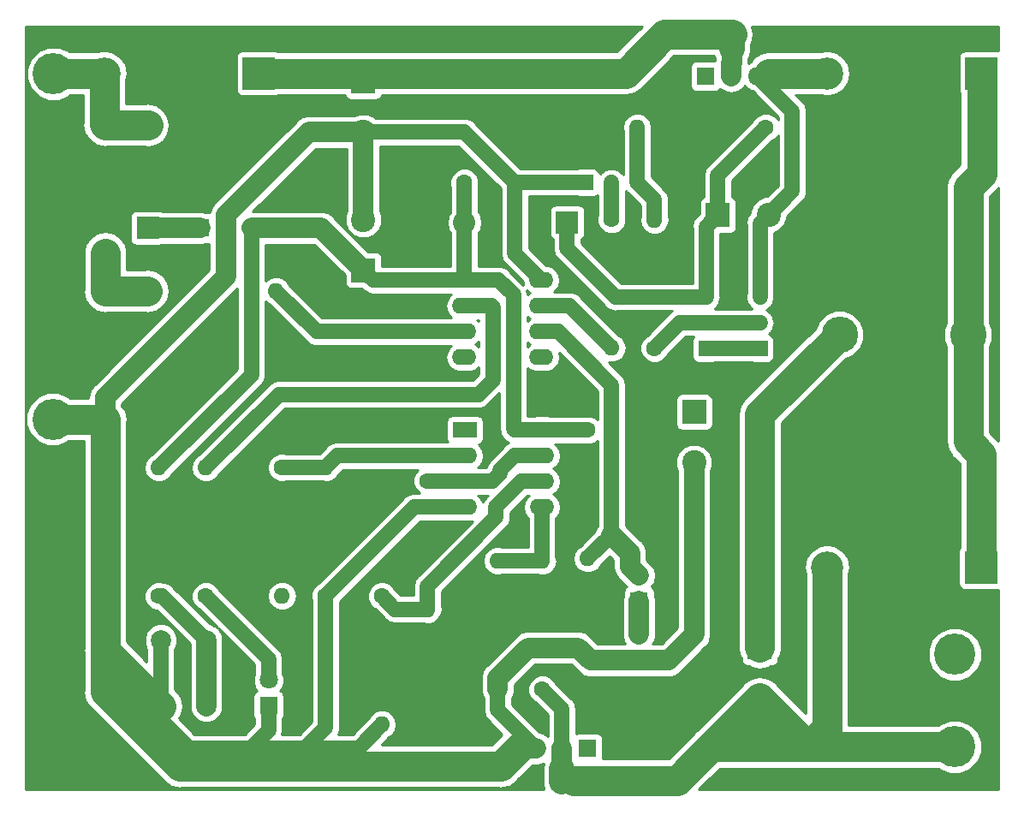
<source format=gbr>
%TF.GenerationSoftware,KiCad,Pcbnew,(5.0.2)-1*%
%TF.CreationDate,2019-01-28T10:12:54+09:00*%
%TF.ProjectId,12f675-mppt,31326636-3735-42d6-9d70-70742e6b6963,rev?*%
%TF.SameCoordinates,Original*%
%TF.FileFunction,Copper,L2,Bot*%
%TF.FilePolarity,Positive*%
%FSLAX46Y46*%
G04 Gerber Fmt 4.6, Leading zero omitted, Abs format (unit mm)*
G04 Created by KiCad (PCBNEW (5.0.2)-1) date 2019-01-28 오전 10:12:54*
%MOMM*%
%LPD*%
G01*
G04 APERTURE LIST*
%ADD10C,2.400000*%
%ADD11R,2.400000X2.400000*%
%ADD12C,1.600000*%
%ADD13R,3.200000X3.200000*%
%ADD14O,3.200000X3.200000*%
%ADD15O,2.200000X2.200000*%
%ADD16R,2.200000X2.200000*%
%ADD17C,1.800000*%
%ADD18R,1.800000X1.800000*%
%ADD19R,2.400000X1.600000*%
%ADD20O,2.400000X1.600000*%
%ADD21C,3.600000*%
%ADD22O,1.800000X1.800000*%
%ADD23R,1.520000X1.520000*%
%ADD24C,1.520000*%
%ADD25O,1.600000X1.600000*%
%ADD26C,2.000000*%
%ADD27C,4.064000*%
%ADD28C,1.500000*%
%ADD29C,3.000000*%
%ADD30C,2.000000*%
%ADD31C,2.500000*%
%ADD32C,0.254000*%
G04 APERTURE END LIST*
D10*
X105516680Y-103374200D03*
D11*
X105516680Y-98374200D03*
X101371400Y-55610760D03*
D10*
X106371400Y-55610760D03*
X66309240Y-56066680D03*
D11*
X66309240Y-61066680D03*
D12*
X81291440Y-52420520D03*
X76291440Y-52420520D03*
D11*
X66309240Y-42407840D03*
D10*
X66309240Y-47407840D03*
D13*
X127441960Y-41595040D03*
D14*
X112201960Y-41595040D03*
X112166400Y-90449400D03*
D13*
X127406400Y-90449400D03*
D15*
X76306680Y-56332120D03*
D16*
X86466680Y-56332120D03*
D17*
X56936640Y-101615240D03*
D18*
X56936640Y-104155240D03*
D16*
X44988480Y-56906160D03*
D15*
X44988480Y-46746160D03*
D14*
X40716200Y-41600120D03*
D13*
X55956200Y-41600120D03*
D18*
X93573600Y-93822520D03*
D17*
X93573600Y-91282520D03*
X93573600Y-97124520D03*
D18*
X93573600Y-99664520D03*
D19*
X76291440Y-62057280D03*
D20*
X83911440Y-69677280D03*
X76291440Y-64597280D03*
X83911440Y-67137280D03*
X76291440Y-67137280D03*
X83911440Y-64597280D03*
X76291440Y-69677280D03*
X83911440Y-62057280D03*
D21*
X113400840Y-67447160D03*
X126100840Y-67447160D03*
D22*
X83393280Y-108371640D03*
X85933280Y-108371640D03*
D18*
X88473280Y-108371640D03*
X100182680Y-41879520D03*
D22*
X102722680Y-41879520D03*
X105262680Y-41879520D03*
D23*
X88295480Y-52390040D03*
D24*
X93375480Y-52390040D03*
X90835480Y-52390040D03*
D23*
X100218240Y-68798440D03*
D24*
X100218240Y-63718440D03*
X100218240Y-66258440D03*
X105552240Y-66258440D03*
X105552240Y-63718440D03*
D23*
X105552240Y-68798440D03*
D25*
X62580520Y-80563720D03*
D12*
X62580520Y-93263720D03*
X79598520Y-102514400D03*
D25*
X79598520Y-89814400D03*
D12*
X68143120Y-93314520D03*
D25*
X68143120Y-106014520D03*
X72649080Y-94599760D03*
D12*
X72649080Y-81899760D03*
D25*
X40782240Y-59405520D03*
D12*
X40782240Y-46705520D03*
X50723800Y-93299280D03*
D25*
X50723800Y-80599280D03*
D12*
X90860880Y-56062880D03*
D25*
X90860880Y-68762880D03*
X93385640Y-46964600D03*
D12*
X106085640Y-46964600D03*
X95092520Y-68783200D03*
D25*
X95092520Y-56083200D03*
X40782240Y-75854560D03*
D12*
X40782240Y-63154560D03*
D25*
X83992720Y-89834720D03*
D12*
X83992720Y-102534720D03*
X88498680Y-76890880D03*
D25*
X88498680Y-89590880D03*
D12*
X58267600Y-80584040D03*
D25*
X58267600Y-93284040D03*
X46070520Y-80599280D03*
D12*
X46070520Y-93299280D03*
D26*
X46283880Y-97660320D03*
X50783880Y-97660320D03*
X46283880Y-104160320D03*
X50783880Y-104160320D03*
D20*
X83977480Y-76875640D03*
X76357480Y-84495640D03*
X83977480Y-79415640D03*
X76357480Y-81955640D03*
X83977480Y-81955640D03*
X76357480Y-79415640D03*
X83977480Y-84495640D03*
D19*
X76357480Y-76875640D03*
D10*
X99024440Y-80087480D03*
D11*
X99024440Y-75087480D03*
D25*
X57673240Y-63139320D03*
D12*
X44973240Y-63139320D03*
D22*
X55245000Y-56896000D03*
X52705000Y-56896000D03*
D18*
X50165000Y-56896000D03*
D27*
X35666680Y-41630600D03*
X35590480Y-75798680D03*
X124790200Y-99054920D03*
X124790200Y-108204000D03*
D28*
X100218240Y-56763920D02*
X101371400Y-55610760D01*
X100218240Y-63718440D02*
X100218240Y-56763920D01*
X99143438Y-63718440D02*
X100218240Y-63718440D01*
X91253000Y-63718440D02*
X99143438Y-63718440D01*
X86466680Y-58932120D02*
X91253000Y-63718440D01*
X86466680Y-56332120D02*
X86466680Y-58932120D01*
X101371400Y-51678840D02*
X106085640Y-46964600D01*
X101371400Y-55610760D02*
X101371400Y-51678840D01*
X105552240Y-56429920D02*
X106371400Y-55610760D01*
X105552240Y-63718440D02*
X105552240Y-56429920D01*
X105262680Y-41879520D02*
X108722160Y-45339000D01*
X108722160Y-53260000D02*
X106371400Y-55610760D01*
X108722160Y-45339000D02*
X108722160Y-53260000D01*
D29*
X112201960Y-41595040D02*
X106415840Y-41595040D01*
D30*
X62138560Y-56896000D02*
X66309240Y-61066680D01*
X55245000Y-56896000D02*
X62138560Y-56896000D01*
D28*
X55245000Y-71424800D02*
X46070520Y-80599280D01*
X55245000Y-56896000D02*
X55245000Y-71424800D01*
X76321920Y-56316880D02*
X76306680Y-56332120D01*
X76291440Y-56316880D02*
X76306680Y-56332120D01*
X76291440Y-52420520D02*
X76291440Y-56316880D01*
X76306680Y-62042040D02*
X76291440Y-62057280D01*
X76306680Y-56332120D02*
X76306680Y-62042040D01*
X67299840Y-62057280D02*
X66309240Y-61066680D01*
X76291440Y-62057280D02*
X67299840Y-62057280D01*
X81277480Y-76875640D02*
X81147920Y-76746080D01*
X83977480Y-76875640D02*
X81277480Y-76875640D01*
X81147920Y-76746080D02*
X81147920Y-63515240D01*
X79689960Y-62057280D02*
X76291440Y-62057280D01*
X81147920Y-63515240D02*
X79689960Y-62057280D01*
X83992720Y-76890880D02*
X83977480Y-76875640D01*
X88498680Y-76890880D02*
X83992720Y-76890880D01*
D30*
X102722680Y-40606728D02*
X102732840Y-40596568D01*
X102722680Y-41879520D02*
X102722680Y-40606728D01*
D29*
X102732749Y-37757018D02*
X102732748Y-37757018D01*
X96113435Y-37750853D02*
X102732749Y-37757018D01*
X92264168Y-41600119D02*
X96113435Y-37750853D01*
X55956200Y-41600120D02*
X92264168Y-41600119D01*
D30*
X102732748Y-37757018D02*
X102732840Y-37658040D01*
D31*
X102732748Y-39161675D02*
X102732793Y-39161720D01*
X102732748Y-37757018D02*
X102732748Y-39161675D01*
D30*
X102732840Y-40596568D02*
X102732793Y-39161720D01*
D29*
X127452120Y-41650920D02*
X127452120Y-51531520D01*
X126100840Y-52882800D02*
X126100840Y-67447160D01*
X127452120Y-51531520D02*
X126100840Y-52882800D01*
X126100840Y-67447160D02*
X126100840Y-77988160D01*
X127406400Y-79293720D02*
X127406400Y-90449400D01*
X126100840Y-77988160D02*
X127406400Y-79293720D01*
D28*
X56936640Y-99512120D02*
X50723800Y-93299280D01*
X56936640Y-101615240D02*
X56936640Y-99512120D01*
D30*
X50154840Y-56906160D02*
X50165000Y-56896000D01*
X44988480Y-56906160D02*
X50154840Y-56906160D01*
X93573600Y-93822520D02*
X93573600Y-97124520D01*
D28*
X83911440Y-67137280D02*
X84246327Y-67137280D01*
X90855800Y-87233760D02*
X88498680Y-89590880D01*
X83911440Y-67137280D02*
X85552280Y-67137280D01*
X90855800Y-72440800D02*
X90855800Y-87233760D01*
X85552280Y-67137280D02*
X90855800Y-72440800D01*
D30*
X92673601Y-89051561D02*
X90855800Y-87233760D01*
X92673601Y-90382521D02*
X92673601Y-89051561D01*
X93573600Y-91282520D02*
X92673601Y-90382521D01*
D28*
X78991440Y-64597280D02*
X79110840Y-64716680D01*
X76291440Y-64597280D02*
X78991440Y-64597280D01*
X79110840Y-64716680D02*
X79110840Y-71907400D01*
X79110840Y-71907400D02*
X77673200Y-73345040D01*
X57978040Y-73345040D02*
X50723800Y-80599280D01*
X77673200Y-73345040D02*
X57978040Y-73345040D01*
X61671200Y-67137280D02*
X57673240Y-63139320D01*
X76291440Y-67137280D02*
X61671200Y-67137280D01*
X86695280Y-64597280D02*
X83911440Y-64597280D01*
X90860880Y-68762880D02*
X86695280Y-64597280D01*
D30*
X50783880Y-97660320D02*
X50783880Y-104160320D01*
D28*
X50733960Y-97610400D02*
X50783880Y-97660320D01*
X46422840Y-93299280D02*
X50783880Y-97660320D01*
X46070520Y-93299280D02*
X46422840Y-93299280D01*
X100218240Y-68798440D02*
X105552240Y-68798440D01*
X95092520Y-54107080D02*
X93375480Y-52390040D01*
X95092520Y-56083200D02*
X95092520Y-54107080D01*
X93385640Y-52379880D02*
X93375480Y-52390040D01*
X93385640Y-46964600D02*
X93385640Y-52379880D01*
X90860880Y-52415440D02*
X90835480Y-52390040D01*
X90860880Y-56062880D02*
X90860880Y-52415440D01*
X97617280Y-66258440D02*
X100218240Y-66258440D01*
X95092520Y-68783200D02*
X97617280Y-66258440D01*
X100218240Y-66258440D02*
X105552240Y-66258440D01*
X62560200Y-80584040D02*
X62580520Y-80563720D01*
X58267600Y-80584040D02*
X62560200Y-80584040D01*
X63728600Y-79415640D02*
X62580520Y-80563720D01*
X76357480Y-79415640D02*
X63728600Y-79415640D01*
X83972400Y-89814400D02*
X83992720Y-89834720D01*
X79598520Y-89814400D02*
X83972400Y-89814400D01*
X83977480Y-89819480D02*
X83992720Y-89834720D01*
X83977480Y-84495640D02*
X83977480Y-89819480D01*
X69428360Y-94599760D02*
X68143120Y-93314520D01*
X72649080Y-94599760D02*
X69428360Y-94599760D01*
X83977480Y-81955640D02*
X81960720Y-81955640D01*
X81960720Y-81955640D02*
X79435960Y-84480400D01*
X79435960Y-84480400D02*
X79435960Y-85516720D01*
X72649080Y-92303600D02*
X72649080Y-94599760D01*
X79435960Y-85516720D02*
X72649080Y-92303600D01*
X72704960Y-81955640D02*
X72649080Y-81899760D01*
X76357480Y-81955640D02*
X72704960Y-81955640D01*
X79057480Y-81955640D02*
X79857600Y-81155520D01*
X76357480Y-81955640D02*
X79057480Y-81955640D01*
X81277480Y-79415640D02*
X83977480Y-79415640D01*
X79857600Y-80835520D02*
X81277480Y-79415640D01*
X79857600Y-81155520D02*
X79857600Y-80835520D01*
D29*
X40782240Y-59405520D02*
X40782240Y-63154560D01*
X44958000Y-63154560D02*
X44973240Y-63139320D01*
X40782240Y-63154560D02*
X44958000Y-63154560D01*
D28*
X85933280Y-104475280D02*
X83992720Y-102534720D01*
X85933280Y-108371640D02*
X85933280Y-104475280D01*
D29*
X112166400Y-106384080D02*
X110346480Y-108204000D01*
X112166400Y-90449400D02*
X112166400Y-106384080D01*
X110346480Y-108204000D02*
X105516680Y-103374200D01*
X105516680Y-103374200D02*
X97359480Y-111531400D01*
X97359480Y-111531400D02*
X87106760Y-111531400D01*
X100686880Y-108204000D02*
X97359480Y-111531400D01*
X111942880Y-108204000D02*
X110346480Y-108204000D01*
X124790200Y-108204000D02*
X111942880Y-108204000D01*
X105516680Y-108097320D02*
X105623360Y-108204000D01*
X105516680Y-103374200D02*
X105516680Y-108097320D01*
X111942880Y-108204000D02*
X105623360Y-108204000D01*
X105623360Y-108204000D02*
X100686880Y-108204000D01*
D30*
X85933280Y-110357920D02*
X87106760Y-111531400D01*
X85933280Y-108371640D02*
X85933280Y-110357920D01*
D31*
X85933280Y-110357920D02*
X85933280Y-111651910D01*
D29*
X105516680Y-75331320D02*
X113400840Y-67447160D01*
X105516680Y-98374200D02*
X105516680Y-75331320D01*
D30*
X40782240Y-75854560D02*
X40782240Y-73624440D01*
X52705000Y-61701680D02*
X52705000Y-56896000D01*
X40782240Y-73624440D02*
X52705000Y-61701680D01*
D29*
X40782240Y-98658680D02*
X46283880Y-104160320D01*
X40782240Y-75854560D02*
X40782240Y-98658680D01*
D30*
X64612184Y-47407840D02*
X66309240Y-47407840D01*
X60920368Y-47407840D02*
X64612184Y-47407840D01*
X52705000Y-55623208D02*
X60920368Y-47407840D01*
X52705000Y-56896000D02*
X52705000Y-55623208D01*
X66309240Y-56066680D02*
X66309240Y-47407840D01*
D28*
X46283880Y-105574533D02*
X46283880Y-104160320D01*
X49050507Y-108341160D02*
X46283880Y-105574533D01*
X55150720Y-108341160D02*
X49050507Y-108341160D01*
X56936640Y-106555240D02*
X55150720Y-108341160D01*
X56936640Y-104155240D02*
X56936640Y-106555240D01*
X46283880Y-97660320D02*
X46283880Y-104160320D01*
X81291440Y-59437280D02*
X83911440Y-62057280D01*
X81291440Y-52420520D02*
X81291440Y-59437280D01*
X81321920Y-52390040D02*
X81291440Y-52420520D01*
X88295480Y-52390040D02*
X81321920Y-52390040D01*
X76278760Y-47407840D02*
X66309240Y-47407840D01*
X81291440Y-52420520D02*
X76278760Y-47407840D01*
X62580520Y-94395090D02*
X62585600Y-94400170D01*
X62580520Y-93263720D02*
X62580520Y-94395090D01*
X62585600Y-94400170D02*
X62585600Y-106304080D01*
X60548520Y-108341160D02*
X55150720Y-108341160D01*
X62585600Y-106304080D02*
X60548520Y-108341160D01*
X71348600Y-84495640D02*
X76357480Y-84495640D01*
X62580520Y-93263720D02*
X71348600Y-84495640D01*
X65816480Y-108341160D02*
X68143120Y-106014520D01*
X60548520Y-108341160D02*
X65816480Y-108341160D01*
X79598520Y-104576880D02*
X83393280Y-108371640D01*
X79598520Y-102514400D02*
X79598520Y-104576880D01*
D29*
X35646360Y-75854560D02*
X35590480Y-75798680D01*
X40782240Y-75854560D02*
X35646360Y-75854560D01*
X40782240Y-98658680D02*
X40782240Y-102758240D01*
X40782240Y-102758240D02*
X48153320Y-110129320D01*
X48153320Y-110129320D02*
X79816960Y-110129320D01*
X79816960Y-110129320D02*
X79883000Y-110129320D01*
X79883000Y-110129320D02*
X81874360Y-108137960D01*
D30*
X82108040Y-108371640D02*
X83393280Y-108371640D01*
X81874360Y-108137960D02*
X82108040Y-108371640D01*
X79598520Y-101383030D02*
X82576870Y-98404680D01*
X79598520Y-102514400D02*
X79598520Y-101383030D01*
X82576870Y-98404680D02*
X87533480Y-98404680D01*
X88793320Y-99664520D02*
X93573600Y-99664520D01*
X87533480Y-98404680D02*
X88793320Y-99664520D01*
X99024440Y-97113680D02*
X99024440Y-80087480D01*
X96473600Y-99664520D02*
X99024440Y-97113680D01*
X93573600Y-99664520D02*
X96473600Y-99664520D01*
D29*
X40716200Y-46639480D02*
X40782240Y-46705520D01*
X40716200Y-41600120D02*
X40716200Y-46639480D01*
X44947840Y-46705520D02*
X44988480Y-46746160D01*
X40782240Y-46705520D02*
X44947840Y-46705520D01*
X35697160Y-41600120D02*
X35666680Y-41630600D01*
X40716200Y-41600120D02*
X35697160Y-41600120D01*
D32*
G36*
X91379823Y-39465119D02*
X57898487Y-39465121D01*
X57803965Y-39401963D01*
X57556200Y-39352680D01*
X54356200Y-39352680D01*
X54108435Y-39401963D01*
X53898391Y-39542311D01*
X53758043Y-39752355D01*
X53708760Y-40000120D01*
X53708760Y-43200120D01*
X53758043Y-43447885D01*
X53898391Y-43657929D01*
X54108435Y-43798277D01*
X54356200Y-43847560D01*
X57556200Y-43847560D01*
X57803965Y-43798277D01*
X57898486Y-43735120D01*
X64487117Y-43735120D01*
X64511083Y-43855605D01*
X64651431Y-44065649D01*
X64861475Y-44205997D01*
X65109240Y-44255280D01*
X67509240Y-44255280D01*
X67757005Y-44205997D01*
X67967049Y-44065649D01*
X68107397Y-43855605D01*
X68131363Y-43735119D01*
X92053888Y-43735118D01*
X92264168Y-43776945D01*
X93097203Y-43611245D01*
X93625151Y-43258481D01*
X93625152Y-43258480D01*
X93803417Y-43139367D01*
X93922530Y-42961102D01*
X96996957Y-39886676D01*
X100955765Y-39890363D01*
X100957118Y-39897165D01*
X101097825Y-40107748D01*
X101097832Y-40335094D01*
X101082680Y-40332080D01*
X99282680Y-40332080D01*
X99034915Y-40381363D01*
X98824871Y-40521711D01*
X98684523Y-40731755D01*
X98635240Y-40979520D01*
X98635240Y-42779520D01*
X98684523Y-43027285D01*
X98824871Y-43237329D01*
X99034915Y-43377677D01*
X99282680Y-43426960D01*
X101082680Y-43426960D01*
X101330445Y-43377677D01*
X101540489Y-43237329D01*
X101624251Y-43111971D01*
X102084735Y-43419656D01*
X102722680Y-43546551D01*
X103360624Y-43419656D01*
X103901449Y-43058289D01*
X104052814Y-42831754D01*
X104156007Y-42986193D01*
X104663753Y-43325458D01*
X104771332Y-43346857D01*
X107337160Y-45912686D01*
X107337160Y-46236202D01*
X107302174Y-46151738D01*
X106898502Y-45748066D01*
X106371079Y-45529600D01*
X105800201Y-45529600D01*
X105272778Y-45748066D01*
X104869106Y-46151738D01*
X104819106Y-46272448D01*
X100488512Y-50603043D01*
X100372872Y-50680311D01*
X100295603Y-50795952D01*
X100066759Y-51138441D01*
X99959267Y-51678840D01*
X99986401Y-51815252D01*
X99986400Y-53800118D01*
X99923635Y-53812603D01*
X99713591Y-53952951D01*
X99573243Y-54162995D01*
X99523960Y-54410760D01*
X99523960Y-55499515D01*
X99335352Y-55688123D01*
X99219712Y-55765391D01*
X99142443Y-55881032D01*
X98913599Y-56223521D01*
X98806107Y-56763920D01*
X98833241Y-56900332D01*
X98833240Y-62333440D01*
X91826686Y-62333440D01*
X87851680Y-58358435D01*
X87851680Y-58005397D01*
X88024489Y-57889929D01*
X88164837Y-57679885D01*
X88214120Y-57432120D01*
X88214120Y-55232120D01*
X88164837Y-54984355D01*
X88024489Y-54774311D01*
X87814445Y-54633963D01*
X87566680Y-54584680D01*
X85366680Y-54584680D01*
X85118915Y-54633963D01*
X84908871Y-54774311D01*
X84768523Y-54984355D01*
X84719240Y-55232120D01*
X84719240Y-57432120D01*
X84768523Y-57679885D01*
X84908871Y-57889929D01*
X85081681Y-58005398D01*
X85081681Y-58795709D01*
X85054547Y-58932120D01*
X85162039Y-59472519D01*
X85355490Y-59762039D01*
X85468152Y-59930649D01*
X85583792Y-60007917D01*
X90177202Y-64601328D01*
X90254471Y-64716969D01*
X90529989Y-64901064D01*
X90712600Y-65023081D01*
X91253000Y-65130573D01*
X91389407Y-65103440D01*
X96852926Y-65103440D01*
X96618751Y-65259911D01*
X96541482Y-65375552D01*
X94400369Y-67516666D01*
X94279658Y-67566666D01*
X93875986Y-67970338D01*
X93657520Y-68497761D01*
X93657520Y-69068639D01*
X93875986Y-69596062D01*
X94279658Y-69999734D01*
X94807081Y-70218200D01*
X95377959Y-70218200D01*
X95905382Y-69999734D01*
X96309054Y-69596062D01*
X96359054Y-69475351D01*
X98190966Y-67643440D01*
X98958463Y-67643440D01*
X98860083Y-67790675D01*
X98810800Y-68038440D01*
X98810800Y-68774847D01*
X98806107Y-68798440D01*
X98810800Y-68822033D01*
X98810800Y-69558440D01*
X98860083Y-69806205D01*
X99000431Y-70016249D01*
X99210475Y-70156597D01*
X99458240Y-70205880D01*
X100978240Y-70205880D01*
X101091055Y-70183440D01*
X104679425Y-70183440D01*
X104792240Y-70205880D01*
X106312240Y-70205880D01*
X106560005Y-70156597D01*
X106770049Y-70016249D01*
X106910397Y-69806205D01*
X106959680Y-69558440D01*
X106959680Y-68822033D01*
X106964373Y-68798440D01*
X106959680Y-68774847D01*
X106959680Y-68038440D01*
X106910397Y-67790675D01*
X106770049Y-67580631D01*
X106560005Y-67440283D01*
X106379191Y-67404317D01*
X106477748Y-67305760D01*
X106550769Y-67256969D01*
X106599560Y-67183948D01*
X106734864Y-67048644D01*
X106808090Y-66871861D01*
X106856881Y-66798840D01*
X106874014Y-66712706D01*
X106947240Y-66535923D01*
X106947240Y-66344574D01*
X106964373Y-66258440D01*
X106947240Y-66172306D01*
X106947240Y-65980957D01*
X106874014Y-65804174D01*
X106856881Y-65718040D01*
X106808090Y-65645019D01*
X106734864Y-65468236D01*
X106599560Y-65332932D01*
X106550769Y-65259911D01*
X106477748Y-65211120D01*
X106342444Y-65075816D01*
X106165661Y-65002590D01*
X106144483Y-64988440D01*
X106165658Y-64974291D01*
X106342444Y-64901064D01*
X106477750Y-64765758D01*
X106550768Y-64716969D01*
X106599558Y-64643950D01*
X106734864Y-64508644D01*
X106808090Y-64331860D01*
X106856881Y-64258840D01*
X106874014Y-64172706D01*
X106947240Y-63995923D01*
X106947240Y-63440957D01*
X106937240Y-63416815D01*
X106937240Y-57362571D01*
X107410844Y-57166398D01*
X107927038Y-56650204D01*
X108206400Y-55975764D01*
X108206400Y-55734445D01*
X109605048Y-54335798D01*
X109720689Y-54258529D01*
X110026801Y-53800400D01*
X110107160Y-53396407D01*
X110134293Y-53260000D01*
X110107160Y-53123593D01*
X110107160Y-45475407D01*
X110134293Y-45339000D01*
X110026801Y-44798600D01*
X109797957Y-44456111D01*
X109797955Y-44456109D01*
X109720688Y-44340471D01*
X109605050Y-44263204D01*
X109071886Y-43730040D01*
X111479097Y-43730040D01*
X111981832Y-43830040D01*
X112422088Y-43830040D01*
X113074014Y-43700364D01*
X113813305Y-43206385D01*
X114307284Y-42467094D01*
X114480746Y-41595040D01*
X114307284Y-40722986D01*
X113813305Y-39983695D01*
X113074014Y-39489716D01*
X112422088Y-39360040D01*
X111981832Y-39360040D01*
X111479097Y-39460040D01*
X106205561Y-39460040D01*
X105582804Y-39583914D01*
X104876591Y-40055791D01*
X104592224Y-40481376D01*
X104396811Y-40611947D01*
X104399870Y-40596569D01*
X104367834Y-40435515D01*
X104367824Y-40107633D01*
X104508423Y-39897211D01*
X104654722Y-39161720D01*
X104617748Y-38975840D01*
X104617748Y-38779147D01*
X104743098Y-38591926D01*
X104743300Y-38590914D01*
X104743875Y-38590054D01*
X104826588Y-38174225D01*
X104909575Y-37759045D01*
X104909374Y-37758032D01*
X104909576Y-37757018D01*
X104826912Y-37341440D01*
X104750656Y-36956200D01*
X129098841Y-36956200D01*
X129098841Y-39358914D01*
X129041960Y-39347600D01*
X125841960Y-39347600D01*
X125594195Y-39396883D01*
X125384151Y-39537231D01*
X125243803Y-39747275D01*
X125194520Y-39995040D01*
X125194520Y-43195040D01*
X125243803Y-43442805D01*
X125317120Y-43552531D01*
X125317121Y-50647174D01*
X124739859Y-51224436D01*
X124561591Y-51343551D01*
X124089714Y-52049765D01*
X123965840Y-52672522D01*
X123965840Y-52672525D01*
X123924014Y-52882800D01*
X123965840Y-53093075D01*
X123965841Y-66238543D01*
X123665840Y-66962808D01*
X123665840Y-67931512D01*
X123965840Y-68655775D01*
X123965841Y-77777880D01*
X123924014Y-77988160D01*
X124089714Y-78821195D01*
X124442478Y-79349143D01*
X124561592Y-79527409D01*
X124739857Y-79646522D01*
X125271400Y-80178065D01*
X125271401Y-88507113D01*
X125208243Y-88601635D01*
X125158960Y-88849400D01*
X125158960Y-92049400D01*
X125208243Y-92297165D01*
X125348591Y-92507209D01*
X125558635Y-92647557D01*
X125806400Y-92696840D01*
X129006400Y-92696840D01*
X129098840Y-92678453D01*
X129098840Y-112411040D01*
X99499185Y-112411040D01*
X100510052Y-111400173D01*
X101571226Y-110339000D01*
X105413085Y-110339000D01*
X105623359Y-110380826D01*
X105833634Y-110339000D01*
X110136201Y-110339000D01*
X110346480Y-110380827D01*
X110556758Y-110339000D01*
X123153492Y-110339000D01*
X123279466Y-110464974D01*
X124259701Y-110871000D01*
X125320699Y-110871000D01*
X126300934Y-110464974D01*
X127051174Y-109714734D01*
X127457200Y-108734499D01*
X127457200Y-107673501D01*
X127051174Y-106693266D01*
X126300934Y-105943026D01*
X125320699Y-105537000D01*
X124259701Y-105537000D01*
X123279466Y-105943026D01*
X123153492Y-106069000D01*
X114301400Y-106069000D01*
X114301400Y-98524421D01*
X122123200Y-98524421D01*
X122123200Y-99585419D01*
X122529226Y-100565654D01*
X123279466Y-101315894D01*
X124259701Y-101721920D01*
X125320699Y-101721920D01*
X126300934Y-101315894D01*
X127051174Y-100565654D01*
X127457200Y-99585419D01*
X127457200Y-98524421D01*
X127051174Y-97544186D01*
X126300934Y-96793946D01*
X125320699Y-96387920D01*
X124259701Y-96387920D01*
X123279466Y-96793946D01*
X122529226Y-97544186D01*
X122123200Y-98524421D01*
X114301400Y-98524421D01*
X114301400Y-91172262D01*
X114445186Y-90449400D01*
X114271724Y-89577346D01*
X113777745Y-88838055D01*
X113038454Y-88344076D01*
X112386528Y-88214400D01*
X111946272Y-88214400D01*
X111294346Y-88344076D01*
X110555055Y-88838055D01*
X110061076Y-89577346D01*
X109887614Y-90449400D01*
X110031400Y-91172263D01*
X110031401Y-104869575D01*
X107175044Y-102013219D01*
X107055929Y-101834951D01*
X106349715Y-101363074D01*
X105516680Y-101197373D01*
X104683644Y-101363074D01*
X103977431Y-101834951D01*
X103858318Y-102013216D01*
X99325898Y-106545637D01*
X99147631Y-106664751D01*
X99028518Y-106843016D01*
X96475135Y-109396400D01*
X89995904Y-109396400D01*
X90020720Y-109271640D01*
X90020720Y-107471640D01*
X89971437Y-107223875D01*
X89831089Y-107013831D01*
X89621045Y-106873483D01*
X89373280Y-106824200D01*
X87573280Y-106824200D01*
X87325515Y-106873483D01*
X87318280Y-106878317D01*
X87318280Y-104611685D01*
X87345413Y-104475279D01*
X87292096Y-104207236D01*
X87237921Y-103934880D01*
X86931809Y-103476751D01*
X86816168Y-103399482D01*
X85259254Y-101842569D01*
X85209254Y-101721858D01*
X84805582Y-101318186D01*
X84278159Y-101099720D01*
X83707281Y-101099720D01*
X83179858Y-101318186D01*
X82776186Y-101721858D01*
X82557720Y-102249281D01*
X82557720Y-102820159D01*
X82776186Y-103347582D01*
X83179858Y-103751254D01*
X83300569Y-103801254D01*
X84548281Y-105048967D01*
X84548280Y-107176989D01*
X84031225Y-106831504D01*
X83757353Y-106777028D01*
X80983520Y-104003195D01*
X80983520Y-103384522D01*
X81138656Y-103152345D01*
X81233520Y-102675431D01*
X81233520Y-102060268D01*
X83254109Y-100039680D01*
X86856242Y-100039680D01*
X87523333Y-100706772D01*
X87614551Y-100843289D01*
X88155375Y-101204656D01*
X88632289Y-101299520D01*
X88632290Y-101299520D01*
X88793320Y-101331551D01*
X88954350Y-101299520D01*
X96312570Y-101299520D01*
X96473600Y-101331551D01*
X96634630Y-101299520D01*
X96634631Y-101299520D01*
X97111545Y-101204656D01*
X97652369Y-100843289D01*
X97743588Y-100706770D01*
X100066696Y-98383664D01*
X100203209Y-98292449D01*
X100294424Y-98155936D01*
X100294426Y-98155934D01*
X100564576Y-97751626D01*
X100691471Y-97113680D01*
X100659440Y-96952649D01*
X100659440Y-80935327D01*
X100859440Y-80452484D01*
X100859440Y-79722476D01*
X100580078Y-79048036D01*
X100063884Y-78531842D01*
X99389444Y-78252480D01*
X98659436Y-78252480D01*
X97984996Y-78531842D01*
X97468802Y-79048036D01*
X97189440Y-79722476D01*
X97189440Y-80452484D01*
X97389441Y-80935329D01*
X97389440Y-96436440D01*
X95796362Y-98029520D01*
X94935296Y-98029520D01*
X95113736Y-97762465D01*
X95208600Y-97285551D01*
X95208600Y-93661489D01*
X95121040Y-93221295D01*
X95121040Y-92922520D01*
X95071757Y-92674755D01*
X94931409Y-92464711D01*
X94806051Y-92380949D01*
X95113735Y-91920465D01*
X95240631Y-91282520D01*
X95113735Y-90644574D01*
X94843585Y-90240267D01*
X94308601Y-89705283D01*
X94308601Y-89212591D01*
X94340632Y-89051561D01*
X94308601Y-88890530D01*
X94213737Y-88413616D01*
X93852370Y-87872792D01*
X93715853Y-87781575D01*
X92240800Y-86306522D01*
X92240800Y-73887480D01*
X97177000Y-73887480D01*
X97177000Y-76287480D01*
X97226283Y-76535245D01*
X97366631Y-76745289D01*
X97576675Y-76885637D01*
X97824440Y-76934920D01*
X100224440Y-76934920D01*
X100472205Y-76885637D01*
X100682249Y-76745289D01*
X100822597Y-76535245D01*
X100871880Y-76287480D01*
X100871880Y-75331320D01*
X103339854Y-75331320D01*
X103381681Y-75541600D01*
X103381680Y-98584478D01*
X103505554Y-99207235D01*
X103669240Y-99452208D01*
X103669240Y-99574200D01*
X103718523Y-99821965D01*
X103858871Y-100032009D01*
X104068915Y-100172357D01*
X104316680Y-100221640D01*
X104438671Y-100221640D01*
X104683644Y-100385326D01*
X105516680Y-100551027D01*
X106349715Y-100385326D01*
X106594688Y-100221640D01*
X106716680Y-100221640D01*
X106964445Y-100172357D01*
X107174489Y-100032009D01*
X107314837Y-99821965D01*
X107364120Y-99574200D01*
X107364120Y-99452209D01*
X107527806Y-99207236D01*
X107651680Y-98584479D01*
X107651680Y-76215665D01*
X114055892Y-69811453D01*
X114780156Y-69511453D01*
X115465133Y-68826476D01*
X115835840Y-67931512D01*
X115835840Y-66962808D01*
X115465133Y-66067844D01*
X114780156Y-65382867D01*
X113885192Y-65012160D01*
X112916488Y-65012160D01*
X112021524Y-65382867D01*
X111336547Y-66067844D01*
X111036547Y-66792108D01*
X104155697Y-73672958D01*
X103977432Y-73792071D01*
X103858319Y-73970336D01*
X103858318Y-73970337D01*
X103505554Y-74498285D01*
X103339854Y-75331320D01*
X100871880Y-75331320D01*
X100871880Y-73887480D01*
X100822597Y-73639715D01*
X100682249Y-73429671D01*
X100472205Y-73289323D01*
X100224440Y-73240040D01*
X97824440Y-73240040D01*
X97576675Y-73289323D01*
X97366631Y-73429671D01*
X97226283Y-73639715D01*
X97177000Y-73887480D01*
X92240800Y-73887480D01*
X92240800Y-72577207D01*
X92267933Y-72440800D01*
X92160441Y-71900400D01*
X91931597Y-71557911D01*
X91931595Y-71557909D01*
X91854328Y-71442271D01*
X91738690Y-71365004D01*
X90534822Y-70161136D01*
X90719547Y-70197880D01*
X91002213Y-70197880D01*
X91420789Y-70114620D01*
X91895457Y-69797457D01*
X92212620Y-69322789D01*
X92323993Y-68762880D01*
X92212620Y-68202971D01*
X91895457Y-67728303D01*
X91562543Y-67505857D01*
X87771079Y-63714394D01*
X87693809Y-63598751D01*
X87235680Y-63292639D01*
X86831687Y-63212280D01*
X86695280Y-63185147D01*
X86558873Y-63212280D01*
X85165791Y-63212280D01*
X85346017Y-63091857D01*
X85663180Y-62617189D01*
X85774553Y-62057280D01*
X85663180Y-61497371D01*
X85346017Y-61022703D01*
X84871349Y-60705540D01*
X84452773Y-60622280D01*
X84435126Y-60622280D01*
X82676440Y-58863595D01*
X82676440Y-53775040D01*
X87422665Y-53775040D01*
X87535480Y-53797480D01*
X89055480Y-53797480D01*
X89303245Y-53748197D01*
X89475881Y-53632845D01*
X89475880Y-55656730D01*
X89425880Y-55777441D01*
X89425880Y-56348319D01*
X89644346Y-56875742D01*
X90048018Y-57279414D01*
X90575441Y-57497880D01*
X91146319Y-57497880D01*
X91673742Y-57279414D01*
X92077414Y-56875742D01*
X92295880Y-56348319D01*
X92295880Y-55777441D01*
X92245880Y-55656730D01*
X92245880Y-53233268D01*
X92328164Y-53315552D01*
X92376952Y-53388568D01*
X92449968Y-53437356D01*
X92585276Y-53572664D01*
X92609419Y-53582664D01*
X93707521Y-54680766D01*
X93707520Y-55690499D01*
X93629407Y-56083200D01*
X93740780Y-56643109D01*
X94057943Y-57117777D01*
X94532611Y-57434940D01*
X94951187Y-57518200D01*
X95233853Y-57518200D01*
X95652429Y-57434940D01*
X96127097Y-57117777D01*
X96444260Y-56643109D01*
X96555633Y-56083200D01*
X96477520Y-55690500D01*
X96477520Y-54243485D01*
X96504653Y-54107079D01*
X96473995Y-53952951D01*
X96397161Y-53566680D01*
X96091049Y-53108551D01*
X95975408Y-53031282D01*
X94770640Y-51826515D01*
X94770640Y-47357300D01*
X94848753Y-46964600D01*
X94737380Y-46404691D01*
X94420217Y-45930023D01*
X93945549Y-45612860D01*
X93526973Y-45529600D01*
X93244307Y-45529600D01*
X92825731Y-45612860D01*
X92351063Y-45930023D01*
X92033900Y-46404691D01*
X91922527Y-46964600D01*
X92000640Y-47357300D01*
X92000641Y-51582373D01*
X91908200Y-51489932D01*
X91859409Y-51416911D01*
X91786388Y-51368120D01*
X91625684Y-51207416D01*
X91448898Y-51134189D01*
X91375879Y-51085399D01*
X91289747Y-51068266D01*
X91112963Y-50995040D01*
X90921613Y-50995040D01*
X90835480Y-50977907D01*
X90749347Y-50995040D01*
X90557997Y-50995040D01*
X90381213Y-51068266D01*
X90295081Y-51085399D01*
X90222062Y-51134189D01*
X90045276Y-51207416D01*
X89909968Y-51342724D01*
X89836952Y-51391512D01*
X89788164Y-51464528D01*
X89689603Y-51563089D01*
X89653637Y-51382275D01*
X89513289Y-51172231D01*
X89303245Y-51031883D01*
X89055480Y-50982600D01*
X87535480Y-50982600D01*
X87422665Y-51005040D01*
X81834646Y-51005040D01*
X77354559Y-46524954D01*
X77277289Y-46409311D01*
X76819160Y-46103199D01*
X76415167Y-46022840D01*
X76278760Y-45995707D01*
X76142353Y-46022840D01*
X67519322Y-46022840D01*
X67348684Y-45852202D01*
X66674244Y-45572840D01*
X65944236Y-45572840D01*
X65461393Y-45772840D01*
X61081398Y-45772840D01*
X60920368Y-45740809D01*
X60759338Y-45772840D01*
X60759337Y-45772840D01*
X60282423Y-45867704D01*
X59741599Y-46229071D01*
X59650382Y-46365587D01*
X51662748Y-54353222D01*
X51526232Y-54444439D01*
X51164865Y-54985263D01*
X51091550Y-55353841D01*
X51065000Y-55348560D01*
X50766220Y-55348560D01*
X50164999Y-55228970D01*
X49952896Y-55271160D01*
X46430765Y-55271160D01*
X46336245Y-55208003D01*
X46088480Y-55158720D01*
X43888480Y-55158720D01*
X43640715Y-55208003D01*
X43430671Y-55348351D01*
X43290323Y-55558395D01*
X43241040Y-55806160D01*
X43241040Y-58006160D01*
X43290323Y-58253925D01*
X43430671Y-58463969D01*
X43640715Y-58604317D01*
X43888480Y-58653600D01*
X46088480Y-58653600D01*
X46336245Y-58604317D01*
X46430765Y-58541160D01*
X49993810Y-58541160D01*
X50154840Y-58573191D01*
X50315870Y-58541160D01*
X50315871Y-58541160D01*
X50792785Y-58446296D01*
X50797059Y-58443440D01*
X51065000Y-58443440D01*
X51070001Y-58442445D01*
X51070000Y-61024441D01*
X39739988Y-72354454D01*
X39603472Y-72445671D01*
X39512255Y-72582187D01*
X39242105Y-72986495D01*
X39115209Y-73624440D01*
X39134130Y-73719560D01*
X37283068Y-73719560D01*
X37101214Y-73537706D01*
X36120979Y-73131680D01*
X35059981Y-73131680D01*
X34079746Y-73537706D01*
X33329506Y-74287946D01*
X32923480Y-75268181D01*
X32923480Y-76329179D01*
X33329506Y-77309414D01*
X34079746Y-78059654D01*
X35059981Y-78465680D01*
X36120979Y-78465680D01*
X37101214Y-78059654D01*
X37171308Y-77989560D01*
X38647240Y-77989560D01*
X38647241Y-98448397D01*
X38647240Y-98448402D01*
X38647240Y-98448405D01*
X38605414Y-98658680D01*
X38647240Y-98868955D01*
X38647241Y-102547961D01*
X38605414Y-102758240D01*
X38771114Y-103591275D01*
X39123878Y-104119223D01*
X39242992Y-104297489D01*
X39421257Y-104416602D01*
X46494958Y-111490304D01*
X46614071Y-111668569D01*
X47320284Y-112140446D01*
X47943041Y-112264320D01*
X47943044Y-112264320D01*
X48153319Y-112306146D01*
X48363594Y-112264320D01*
X79672725Y-112264320D01*
X79883000Y-112306146D01*
X80093275Y-112264320D01*
X80093279Y-112264320D01*
X80716036Y-112140446D01*
X81422249Y-111668569D01*
X81541364Y-111490301D01*
X83025026Y-110006640D01*
X83554311Y-110006640D01*
X84031225Y-109911776D01*
X84110651Y-109858705D01*
X84048280Y-110172266D01*
X84048280Y-111837565D01*
X84157650Y-112387400D01*
X84173446Y-112411040D01*
X32917600Y-112411040D01*
X32917600Y-63154560D01*
X38605413Y-63154560D01*
X38771114Y-63987596D01*
X39242991Y-64693809D01*
X39949204Y-65165686D01*
X40571961Y-65289560D01*
X40571962Y-65289560D01*
X40782240Y-65331387D01*
X40992519Y-65289560D01*
X44747725Y-65289560D01*
X44958000Y-65331386D01*
X45168275Y-65289560D01*
X45168279Y-65289560D01*
X45791036Y-65165686D01*
X46497249Y-64693809D01*
X46616366Y-64515538D01*
X46631602Y-64500302D01*
X46984366Y-63972355D01*
X47150067Y-63139320D01*
X46984366Y-62306285D01*
X46512489Y-61600071D01*
X45806275Y-61128194D01*
X44973240Y-60962493D01*
X44686345Y-61019560D01*
X42917240Y-61019560D01*
X42917240Y-59195241D01*
X42793366Y-58572484D01*
X42321489Y-57866271D01*
X41615275Y-57394394D01*
X40782240Y-57228693D01*
X39949204Y-57394394D01*
X39242991Y-57866271D01*
X38771114Y-58572485D01*
X38647240Y-59195242D01*
X38647241Y-62944277D01*
X38605413Y-63154560D01*
X32917600Y-63154560D01*
X32917600Y-41100101D01*
X32999680Y-41100101D01*
X32999680Y-42161099D01*
X33405706Y-43141334D01*
X34155946Y-43891574D01*
X35136181Y-44297600D01*
X36197179Y-44297600D01*
X37177414Y-43891574D01*
X37333868Y-43735120D01*
X38581200Y-43735120D01*
X38581201Y-46429201D01*
X38539374Y-46639480D01*
X38705074Y-47472515D01*
X38955624Y-47847489D01*
X39176952Y-48178729D01*
X39216538Y-48205180D01*
X39242991Y-48244769D01*
X39949204Y-48716646D01*
X40571961Y-48840520D01*
X40571962Y-48840520D01*
X40782240Y-48882347D01*
X40992518Y-48840520D01*
X44573890Y-48840520D01*
X44988480Y-48922987D01*
X45821515Y-48757286D01*
X46527729Y-48285409D01*
X46999606Y-47579195D01*
X47165307Y-46746160D01*
X46999606Y-45913125D01*
X46646842Y-45385177D01*
X46606204Y-45344539D01*
X46487089Y-45166271D01*
X45780876Y-44694394D01*
X45158119Y-44570520D01*
X45158115Y-44570520D01*
X44947840Y-44528694D01*
X44737565Y-44570520D01*
X42851200Y-44570520D01*
X42851200Y-42322982D01*
X42994986Y-41600120D01*
X42821524Y-40728066D01*
X42327545Y-39988775D01*
X41588254Y-39494796D01*
X40936328Y-39365120D01*
X40496072Y-39365120D01*
X39993337Y-39465120D01*
X37272908Y-39465120D01*
X37177414Y-39369626D01*
X36197179Y-38963600D01*
X35136181Y-38963600D01*
X34155946Y-39369626D01*
X33405706Y-40119866D01*
X32999680Y-41100101D01*
X32917600Y-41100101D01*
X32917600Y-36956200D01*
X93888743Y-36956200D01*
X91379823Y-39465119D01*
X91379823Y-39465119D01*
G37*
X91379823Y-39465119D02*
X57898487Y-39465121D01*
X57803965Y-39401963D01*
X57556200Y-39352680D01*
X54356200Y-39352680D01*
X54108435Y-39401963D01*
X53898391Y-39542311D01*
X53758043Y-39752355D01*
X53708760Y-40000120D01*
X53708760Y-43200120D01*
X53758043Y-43447885D01*
X53898391Y-43657929D01*
X54108435Y-43798277D01*
X54356200Y-43847560D01*
X57556200Y-43847560D01*
X57803965Y-43798277D01*
X57898486Y-43735120D01*
X64487117Y-43735120D01*
X64511083Y-43855605D01*
X64651431Y-44065649D01*
X64861475Y-44205997D01*
X65109240Y-44255280D01*
X67509240Y-44255280D01*
X67757005Y-44205997D01*
X67967049Y-44065649D01*
X68107397Y-43855605D01*
X68131363Y-43735119D01*
X92053888Y-43735118D01*
X92264168Y-43776945D01*
X93097203Y-43611245D01*
X93625151Y-43258481D01*
X93625152Y-43258480D01*
X93803417Y-43139367D01*
X93922530Y-42961102D01*
X96996957Y-39886676D01*
X100955765Y-39890363D01*
X100957118Y-39897165D01*
X101097825Y-40107748D01*
X101097832Y-40335094D01*
X101082680Y-40332080D01*
X99282680Y-40332080D01*
X99034915Y-40381363D01*
X98824871Y-40521711D01*
X98684523Y-40731755D01*
X98635240Y-40979520D01*
X98635240Y-42779520D01*
X98684523Y-43027285D01*
X98824871Y-43237329D01*
X99034915Y-43377677D01*
X99282680Y-43426960D01*
X101082680Y-43426960D01*
X101330445Y-43377677D01*
X101540489Y-43237329D01*
X101624251Y-43111971D01*
X102084735Y-43419656D01*
X102722680Y-43546551D01*
X103360624Y-43419656D01*
X103901449Y-43058289D01*
X104052814Y-42831754D01*
X104156007Y-42986193D01*
X104663753Y-43325458D01*
X104771332Y-43346857D01*
X107337160Y-45912686D01*
X107337160Y-46236202D01*
X107302174Y-46151738D01*
X106898502Y-45748066D01*
X106371079Y-45529600D01*
X105800201Y-45529600D01*
X105272778Y-45748066D01*
X104869106Y-46151738D01*
X104819106Y-46272448D01*
X100488512Y-50603043D01*
X100372872Y-50680311D01*
X100295603Y-50795952D01*
X100066759Y-51138441D01*
X99959267Y-51678840D01*
X99986401Y-51815252D01*
X99986400Y-53800118D01*
X99923635Y-53812603D01*
X99713591Y-53952951D01*
X99573243Y-54162995D01*
X99523960Y-54410760D01*
X99523960Y-55499515D01*
X99335352Y-55688123D01*
X99219712Y-55765391D01*
X99142443Y-55881032D01*
X98913599Y-56223521D01*
X98806107Y-56763920D01*
X98833241Y-56900332D01*
X98833240Y-62333440D01*
X91826686Y-62333440D01*
X87851680Y-58358435D01*
X87851680Y-58005397D01*
X88024489Y-57889929D01*
X88164837Y-57679885D01*
X88214120Y-57432120D01*
X88214120Y-55232120D01*
X88164837Y-54984355D01*
X88024489Y-54774311D01*
X87814445Y-54633963D01*
X87566680Y-54584680D01*
X85366680Y-54584680D01*
X85118915Y-54633963D01*
X84908871Y-54774311D01*
X84768523Y-54984355D01*
X84719240Y-55232120D01*
X84719240Y-57432120D01*
X84768523Y-57679885D01*
X84908871Y-57889929D01*
X85081681Y-58005398D01*
X85081681Y-58795709D01*
X85054547Y-58932120D01*
X85162039Y-59472519D01*
X85355490Y-59762039D01*
X85468152Y-59930649D01*
X85583792Y-60007917D01*
X90177202Y-64601328D01*
X90254471Y-64716969D01*
X90529989Y-64901064D01*
X90712600Y-65023081D01*
X91253000Y-65130573D01*
X91389407Y-65103440D01*
X96852926Y-65103440D01*
X96618751Y-65259911D01*
X96541482Y-65375552D01*
X94400369Y-67516666D01*
X94279658Y-67566666D01*
X93875986Y-67970338D01*
X93657520Y-68497761D01*
X93657520Y-69068639D01*
X93875986Y-69596062D01*
X94279658Y-69999734D01*
X94807081Y-70218200D01*
X95377959Y-70218200D01*
X95905382Y-69999734D01*
X96309054Y-69596062D01*
X96359054Y-69475351D01*
X98190966Y-67643440D01*
X98958463Y-67643440D01*
X98860083Y-67790675D01*
X98810800Y-68038440D01*
X98810800Y-68774847D01*
X98806107Y-68798440D01*
X98810800Y-68822033D01*
X98810800Y-69558440D01*
X98860083Y-69806205D01*
X99000431Y-70016249D01*
X99210475Y-70156597D01*
X99458240Y-70205880D01*
X100978240Y-70205880D01*
X101091055Y-70183440D01*
X104679425Y-70183440D01*
X104792240Y-70205880D01*
X106312240Y-70205880D01*
X106560005Y-70156597D01*
X106770049Y-70016249D01*
X106910397Y-69806205D01*
X106959680Y-69558440D01*
X106959680Y-68822033D01*
X106964373Y-68798440D01*
X106959680Y-68774847D01*
X106959680Y-68038440D01*
X106910397Y-67790675D01*
X106770049Y-67580631D01*
X106560005Y-67440283D01*
X106379191Y-67404317D01*
X106477748Y-67305760D01*
X106550769Y-67256969D01*
X106599560Y-67183948D01*
X106734864Y-67048644D01*
X106808090Y-66871861D01*
X106856881Y-66798840D01*
X106874014Y-66712706D01*
X106947240Y-66535923D01*
X106947240Y-66344574D01*
X106964373Y-66258440D01*
X106947240Y-66172306D01*
X106947240Y-65980957D01*
X106874014Y-65804174D01*
X106856881Y-65718040D01*
X106808090Y-65645019D01*
X106734864Y-65468236D01*
X106599560Y-65332932D01*
X106550769Y-65259911D01*
X106477748Y-65211120D01*
X106342444Y-65075816D01*
X106165661Y-65002590D01*
X106144483Y-64988440D01*
X106165658Y-64974291D01*
X106342444Y-64901064D01*
X106477750Y-64765758D01*
X106550768Y-64716969D01*
X106599558Y-64643950D01*
X106734864Y-64508644D01*
X106808090Y-64331860D01*
X106856881Y-64258840D01*
X106874014Y-64172706D01*
X106947240Y-63995923D01*
X106947240Y-63440957D01*
X106937240Y-63416815D01*
X106937240Y-57362571D01*
X107410844Y-57166398D01*
X107927038Y-56650204D01*
X108206400Y-55975764D01*
X108206400Y-55734445D01*
X109605048Y-54335798D01*
X109720689Y-54258529D01*
X110026801Y-53800400D01*
X110107160Y-53396407D01*
X110134293Y-53260000D01*
X110107160Y-53123593D01*
X110107160Y-45475407D01*
X110134293Y-45339000D01*
X110026801Y-44798600D01*
X109797957Y-44456111D01*
X109797955Y-44456109D01*
X109720688Y-44340471D01*
X109605050Y-44263204D01*
X109071886Y-43730040D01*
X111479097Y-43730040D01*
X111981832Y-43830040D01*
X112422088Y-43830040D01*
X113074014Y-43700364D01*
X113813305Y-43206385D01*
X114307284Y-42467094D01*
X114480746Y-41595040D01*
X114307284Y-40722986D01*
X113813305Y-39983695D01*
X113074014Y-39489716D01*
X112422088Y-39360040D01*
X111981832Y-39360040D01*
X111479097Y-39460040D01*
X106205561Y-39460040D01*
X105582804Y-39583914D01*
X104876591Y-40055791D01*
X104592224Y-40481376D01*
X104396811Y-40611947D01*
X104399870Y-40596569D01*
X104367834Y-40435515D01*
X104367824Y-40107633D01*
X104508423Y-39897211D01*
X104654722Y-39161720D01*
X104617748Y-38975840D01*
X104617748Y-38779147D01*
X104743098Y-38591926D01*
X104743300Y-38590914D01*
X104743875Y-38590054D01*
X104826588Y-38174225D01*
X104909575Y-37759045D01*
X104909374Y-37758032D01*
X104909576Y-37757018D01*
X104826912Y-37341440D01*
X104750656Y-36956200D01*
X129098841Y-36956200D01*
X129098841Y-39358914D01*
X129041960Y-39347600D01*
X125841960Y-39347600D01*
X125594195Y-39396883D01*
X125384151Y-39537231D01*
X125243803Y-39747275D01*
X125194520Y-39995040D01*
X125194520Y-43195040D01*
X125243803Y-43442805D01*
X125317120Y-43552531D01*
X125317121Y-50647174D01*
X124739859Y-51224436D01*
X124561591Y-51343551D01*
X124089714Y-52049765D01*
X123965840Y-52672522D01*
X123965840Y-52672525D01*
X123924014Y-52882800D01*
X123965840Y-53093075D01*
X123965841Y-66238543D01*
X123665840Y-66962808D01*
X123665840Y-67931512D01*
X123965840Y-68655775D01*
X123965841Y-77777880D01*
X123924014Y-77988160D01*
X124089714Y-78821195D01*
X124442478Y-79349143D01*
X124561592Y-79527409D01*
X124739857Y-79646522D01*
X125271400Y-80178065D01*
X125271401Y-88507113D01*
X125208243Y-88601635D01*
X125158960Y-88849400D01*
X125158960Y-92049400D01*
X125208243Y-92297165D01*
X125348591Y-92507209D01*
X125558635Y-92647557D01*
X125806400Y-92696840D01*
X129006400Y-92696840D01*
X129098840Y-92678453D01*
X129098840Y-112411040D01*
X99499185Y-112411040D01*
X100510052Y-111400173D01*
X101571226Y-110339000D01*
X105413085Y-110339000D01*
X105623359Y-110380826D01*
X105833634Y-110339000D01*
X110136201Y-110339000D01*
X110346480Y-110380827D01*
X110556758Y-110339000D01*
X123153492Y-110339000D01*
X123279466Y-110464974D01*
X124259701Y-110871000D01*
X125320699Y-110871000D01*
X126300934Y-110464974D01*
X127051174Y-109714734D01*
X127457200Y-108734499D01*
X127457200Y-107673501D01*
X127051174Y-106693266D01*
X126300934Y-105943026D01*
X125320699Y-105537000D01*
X124259701Y-105537000D01*
X123279466Y-105943026D01*
X123153492Y-106069000D01*
X114301400Y-106069000D01*
X114301400Y-98524421D01*
X122123200Y-98524421D01*
X122123200Y-99585419D01*
X122529226Y-100565654D01*
X123279466Y-101315894D01*
X124259701Y-101721920D01*
X125320699Y-101721920D01*
X126300934Y-101315894D01*
X127051174Y-100565654D01*
X127457200Y-99585419D01*
X127457200Y-98524421D01*
X127051174Y-97544186D01*
X126300934Y-96793946D01*
X125320699Y-96387920D01*
X124259701Y-96387920D01*
X123279466Y-96793946D01*
X122529226Y-97544186D01*
X122123200Y-98524421D01*
X114301400Y-98524421D01*
X114301400Y-91172262D01*
X114445186Y-90449400D01*
X114271724Y-89577346D01*
X113777745Y-88838055D01*
X113038454Y-88344076D01*
X112386528Y-88214400D01*
X111946272Y-88214400D01*
X111294346Y-88344076D01*
X110555055Y-88838055D01*
X110061076Y-89577346D01*
X109887614Y-90449400D01*
X110031400Y-91172263D01*
X110031401Y-104869575D01*
X107175044Y-102013219D01*
X107055929Y-101834951D01*
X106349715Y-101363074D01*
X105516680Y-101197373D01*
X104683644Y-101363074D01*
X103977431Y-101834951D01*
X103858318Y-102013216D01*
X99325898Y-106545637D01*
X99147631Y-106664751D01*
X99028518Y-106843016D01*
X96475135Y-109396400D01*
X89995904Y-109396400D01*
X90020720Y-109271640D01*
X90020720Y-107471640D01*
X89971437Y-107223875D01*
X89831089Y-107013831D01*
X89621045Y-106873483D01*
X89373280Y-106824200D01*
X87573280Y-106824200D01*
X87325515Y-106873483D01*
X87318280Y-106878317D01*
X87318280Y-104611685D01*
X87345413Y-104475279D01*
X87292096Y-104207236D01*
X87237921Y-103934880D01*
X86931809Y-103476751D01*
X86816168Y-103399482D01*
X85259254Y-101842569D01*
X85209254Y-101721858D01*
X84805582Y-101318186D01*
X84278159Y-101099720D01*
X83707281Y-101099720D01*
X83179858Y-101318186D01*
X82776186Y-101721858D01*
X82557720Y-102249281D01*
X82557720Y-102820159D01*
X82776186Y-103347582D01*
X83179858Y-103751254D01*
X83300569Y-103801254D01*
X84548281Y-105048967D01*
X84548280Y-107176989D01*
X84031225Y-106831504D01*
X83757353Y-106777028D01*
X80983520Y-104003195D01*
X80983520Y-103384522D01*
X81138656Y-103152345D01*
X81233520Y-102675431D01*
X81233520Y-102060268D01*
X83254109Y-100039680D01*
X86856242Y-100039680D01*
X87523333Y-100706772D01*
X87614551Y-100843289D01*
X88155375Y-101204656D01*
X88632289Y-101299520D01*
X88632290Y-101299520D01*
X88793320Y-101331551D01*
X88954350Y-101299520D01*
X96312570Y-101299520D01*
X96473600Y-101331551D01*
X96634630Y-101299520D01*
X96634631Y-101299520D01*
X97111545Y-101204656D01*
X97652369Y-100843289D01*
X97743588Y-100706770D01*
X100066696Y-98383664D01*
X100203209Y-98292449D01*
X100294424Y-98155936D01*
X100294426Y-98155934D01*
X100564576Y-97751626D01*
X100691471Y-97113680D01*
X100659440Y-96952649D01*
X100659440Y-80935327D01*
X100859440Y-80452484D01*
X100859440Y-79722476D01*
X100580078Y-79048036D01*
X100063884Y-78531842D01*
X99389444Y-78252480D01*
X98659436Y-78252480D01*
X97984996Y-78531842D01*
X97468802Y-79048036D01*
X97189440Y-79722476D01*
X97189440Y-80452484D01*
X97389441Y-80935329D01*
X97389440Y-96436440D01*
X95796362Y-98029520D01*
X94935296Y-98029520D01*
X95113736Y-97762465D01*
X95208600Y-97285551D01*
X95208600Y-93661489D01*
X95121040Y-93221295D01*
X95121040Y-92922520D01*
X95071757Y-92674755D01*
X94931409Y-92464711D01*
X94806051Y-92380949D01*
X95113735Y-91920465D01*
X95240631Y-91282520D01*
X95113735Y-90644574D01*
X94843585Y-90240267D01*
X94308601Y-89705283D01*
X94308601Y-89212591D01*
X94340632Y-89051561D01*
X94308601Y-88890530D01*
X94213737Y-88413616D01*
X93852370Y-87872792D01*
X93715853Y-87781575D01*
X92240800Y-86306522D01*
X92240800Y-73887480D01*
X97177000Y-73887480D01*
X97177000Y-76287480D01*
X97226283Y-76535245D01*
X97366631Y-76745289D01*
X97576675Y-76885637D01*
X97824440Y-76934920D01*
X100224440Y-76934920D01*
X100472205Y-76885637D01*
X100682249Y-76745289D01*
X100822597Y-76535245D01*
X100871880Y-76287480D01*
X100871880Y-75331320D01*
X103339854Y-75331320D01*
X103381681Y-75541600D01*
X103381680Y-98584478D01*
X103505554Y-99207235D01*
X103669240Y-99452208D01*
X103669240Y-99574200D01*
X103718523Y-99821965D01*
X103858871Y-100032009D01*
X104068915Y-100172357D01*
X104316680Y-100221640D01*
X104438671Y-100221640D01*
X104683644Y-100385326D01*
X105516680Y-100551027D01*
X106349715Y-100385326D01*
X106594688Y-100221640D01*
X106716680Y-100221640D01*
X106964445Y-100172357D01*
X107174489Y-100032009D01*
X107314837Y-99821965D01*
X107364120Y-99574200D01*
X107364120Y-99452209D01*
X107527806Y-99207236D01*
X107651680Y-98584479D01*
X107651680Y-76215665D01*
X114055892Y-69811453D01*
X114780156Y-69511453D01*
X115465133Y-68826476D01*
X115835840Y-67931512D01*
X115835840Y-66962808D01*
X115465133Y-66067844D01*
X114780156Y-65382867D01*
X113885192Y-65012160D01*
X112916488Y-65012160D01*
X112021524Y-65382867D01*
X111336547Y-66067844D01*
X111036547Y-66792108D01*
X104155697Y-73672958D01*
X103977432Y-73792071D01*
X103858319Y-73970336D01*
X103858318Y-73970337D01*
X103505554Y-74498285D01*
X103339854Y-75331320D01*
X100871880Y-75331320D01*
X100871880Y-73887480D01*
X100822597Y-73639715D01*
X100682249Y-73429671D01*
X100472205Y-73289323D01*
X100224440Y-73240040D01*
X97824440Y-73240040D01*
X97576675Y-73289323D01*
X97366631Y-73429671D01*
X97226283Y-73639715D01*
X97177000Y-73887480D01*
X92240800Y-73887480D01*
X92240800Y-72577207D01*
X92267933Y-72440800D01*
X92160441Y-71900400D01*
X91931597Y-71557911D01*
X91931595Y-71557909D01*
X91854328Y-71442271D01*
X91738690Y-71365004D01*
X90534822Y-70161136D01*
X90719547Y-70197880D01*
X91002213Y-70197880D01*
X91420789Y-70114620D01*
X91895457Y-69797457D01*
X92212620Y-69322789D01*
X92323993Y-68762880D01*
X92212620Y-68202971D01*
X91895457Y-67728303D01*
X91562543Y-67505857D01*
X87771079Y-63714394D01*
X87693809Y-63598751D01*
X87235680Y-63292639D01*
X86831687Y-63212280D01*
X86695280Y-63185147D01*
X86558873Y-63212280D01*
X85165791Y-63212280D01*
X85346017Y-63091857D01*
X85663180Y-62617189D01*
X85774553Y-62057280D01*
X85663180Y-61497371D01*
X85346017Y-61022703D01*
X84871349Y-60705540D01*
X84452773Y-60622280D01*
X84435126Y-60622280D01*
X82676440Y-58863595D01*
X82676440Y-53775040D01*
X87422665Y-53775040D01*
X87535480Y-53797480D01*
X89055480Y-53797480D01*
X89303245Y-53748197D01*
X89475881Y-53632845D01*
X89475880Y-55656730D01*
X89425880Y-55777441D01*
X89425880Y-56348319D01*
X89644346Y-56875742D01*
X90048018Y-57279414D01*
X90575441Y-57497880D01*
X91146319Y-57497880D01*
X91673742Y-57279414D01*
X92077414Y-56875742D01*
X92295880Y-56348319D01*
X92295880Y-55777441D01*
X92245880Y-55656730D01*
X92245880Y-53233268D01*
X92328164Y-53315552D01*
X92376952Y-53388568D01*
X92449968Y-53437356D01*
X92585276Y-53572664D01*
X92609419Y-53582664D01*
X93707521Y-54680766D01*
X93707520Y-55690499D01*
X93629407Y-56083200D01*
X93740780Y-56643109D01*
X94057943Y-57117777D01*
X94532611Y-57434940D01*
X94951187Y-57518200D01*
X95233853Y-57518200D01*
X95652429Y-57434940D01*
X96127097Y-57117777D01*
X96444260Y-56643109D01*
X96555633Y-56083200D01*
X96477520Y-55690500D01*
X96477520Y-54243485D01*
X96504653Y-54107079D01*
X96473995Y-53952951D01*
X96397161Y-53566680D01*
X96091049Y-53108551D01*
X95975408Y-53031282D01*
X94770640Y-51826515D01*
X94770640Y-47357300D01*
X94848753Y-46964600D01*
X94737380Y-46404691D01*
X94420217Y-45930023D01*
X93945549Y-45612860D01*
X93526973Y-45529600D01*
X93244307Y-45529600D01*
X92825731Y-45612860D01*
X92351063Y-45930023D01*
X92033900Y-46404691D01*
X91922527Y-46964600D01*
X92000640Y-47357300D01*
X92000641Y-51582373D01*
X91908200Y-51489932D01*
X91859409Y-51416911D01*
X91786388Y-51368120D01*
X91625684Y-51207416D01*
X91448898Y-51134189D01*
X91375879Y-51085399D01*
X91289747Y-51068266D01*
X91112963Y-50995040D01*
X90921613Y-50995040D01*
X90835480Y-50977907D01*
X90749347Y-50995040D01*
X90557997Y-50995040D01*
X90381213Y-51068266D01*
X90295081Y-51085399D01*
X90222062Y-51134189D01*
X90045276Y-51207416D01*
X89909968Y-51342724D01*
X89836952Y-51391512D01*
X89788164Y-51464528D01*
X89689603Y-51563089D01*
X89653637Y-51382275D01*
X89513289Y-51172231D01*
X89303245Y-51031883D01*
X89055480Y-50982600D01*
X87535480Y-50982600D01*
X87422665Y-51005040D01*
X81834646Y-51005040D01*
X77354559Y-46524954D01*
X77277289Y-46409311D01*
X76819160Y-46103199D01*
X76415167Y-46022840D01*
X76278760Y-45995707D01*
X76142353Y-46022840D01*
X67519322Y-46022840D01*
X67348684Y-45852202D01*
X66674244Y-45572840D01*
X65944236Y-45572840D01*
X65461393Y-45772840D01*
X61081398Y-45772840D01*
X60920368Y-45740809D01*
X60759338Y-45772840D01*
X60759337Y-45772840D01*
X60282423Y-45867704D01*
X59741599Y-46229071D01*
X59650382Y-46365587D01*
X51662748Y-54353222D01*
X51526232Y-54444439D01*
X51164865Y-54985263D01*
X51091550Y-55353841D01*
X51065000Y-55348560D01*
X50766220Y-55348560D01*
X50164999Y-55228970D01*
X49952896Y-55271160D01*
X46430765Y-55271160D01*
X46336245Y-55208003D01*
X46088480Y-55158720D01*
X43888480Y-55158720D01*
X43640715Y-55208003D01*
X43430671Y-55348351D01*
X43290323Y-55558395D01*
X43241040Y-55806160D01*
X43241040Y-58006160D01*
X43290323Y-58253925D01*
X43430671Y-58463969D01*
X43640715Y-58604317D01*
X43888480Y-58653600D01*
X46088480Y-58653600D01*
X46336245Y-58604317D01*
X46430765Y-58541160D01*
X49993810Y-58541160D01*
X50154840Y-58573191D01*
X50315870Y-58541160D01*
X50315871Y-58541160D01*
X50792785Y-58446296D01*
X50797059Y-58443440D01*
X51065000Y-58443440D01*
X51070001Y-58442445D01*
X51070000Y-61024441D01*
X39739988Y-72354454D01*
X39603472Y-72445671D01*
X39512255Y-72582187D01*
X39242105Y-72986495D01*
X39115209Y-73624440D01*
X39134130Y-73719560D01*
X37283068Y-73719560D01*
X37101214Y-73537706D01*
X36120979Y-73131680D01*
X35059981Y-73131680D01*
X34079746Y-73537706D01*
X33329506Y-74287946D01*
X32923480Y-75268181D01*
X32923480Y-76329179D01*
X33329506Y-77309414D01*
X34079746Y-78059654D01*
X35059981Y-78465680D01*
X36120979Y-78465680D01*
X37101214Y-78059654D01*
X37171308Y-77989560D01*
X38647240Y-77989560D01*
X38647241Y-98448397D01*
X38647240Y-98448402D01*
X38647240Y-98448405D01*
X38605414Y-98658680D01*
X38647240Y-98868955D01*
X38647241Y-102547961D01*
X38605414Y-102758240D01*
X38771114Y-103591275D01*
X39123878Y-104119223D01*
X39242992Y-104297489D01*
X39421257Y-104416602D01*
X46494958Y-111490304D01*
X46614071Y-111668569D01*
X47320284Y-112140446D01*
X47943041Y-112264320D01*
X47943044Y-112264320D01*
X48153319Y-112306146D01*
X48363594Y-112264320D01*
X79672725Y-112264320D01*
X79883000Y-112306146D01*
X80093275Y-112264320D01*
X80093279Y-112264320D01*
X80716036Y-112140446D01*
X81422249Y-111668569D01*
X81541364Y-111490301D01*
X83025026Y-110006640D01*
X83554311Y-110006640D01*
X84031225Y-109911776D01*
X84110651Y-109858705D01*
X84048280Y-110172266D01*
X84048280Y-111837565D01*
X84157650Y-112387400D01*
X84173446Y-112411040D01*
X32917600Y-112411040D01*
X32917600Y-63154560D01*
X38605413Y-63154560D01*
X38771114Y-63987596D01*
X39242991Y-64693809D01*
X39949204Y-65165686D01*
X40571961Y-65289560D01*
X40571962Y-65289560D01*
X40782240Y-65331387D01*
X40992519Y-65289560D01*
X44747725Y-65289560D01*
X44958000Y-65331386D01*
X45168275Y-65289560D01*
X45168279Y-65289560D01*
X45791036Y-65165686D01*
X46497249Y-64693809D01*
X46616366Y-64515538D01*
X46631602Y-64500302D01*
X46984366Y-63972355D01*
X47150067Y-63139320D01*
X46984366Y-62306285D01*
X46512489Y-61600071D01*
X45806275Y-61128194D01*
X44973240Y-60962493D01*
X44686345Y-61019560D01*
X42917240Y-61019560D01*
X42917240Y-59195241D01*
X42793366Y-58572484D01*
X42321489Y-57866271D01*
X41615275Y-57394394D01*
X40782240Y-57228693D01*
X39949204Y-57394394D01*
X39242991Y-57866271D01*
X38771114Y-58572485D01*
X38647240Y-59195242D01*
X38647241Y-62944277D01*
X38605413Y-63154560D01*
X32917600Y-63154560D01*
X32917600Y-41100101D01*
X32999680Y-41100101D01*
X32999680Y-42161099D01*
X33405706Y-43141334D01*
X34155946Y-43891574D01*
X35136181Y-44297600D01*
X36197179Y-44297600D01*
X37177414Y-43891574D01*
X37333868Y-43735120D01*
X38581200Y-43735120D01*
X38581201Y-46429201D01*
X38539374Y-46639480D01*
X38705074Y-47472515D01*
X38955624Y-47847489D01*
X39176952Y-48178729D01*
X39216538Y-48205180D01*
X39242991Y-48244769D01*
X39949204Y-48716646D01*
X40571961Y-48840520D01*
X40571962Y-48840520D01*
X40782240Y-48882347D01*
X40992518Y-48840520D01*
X44573890Y-48840520D01*
X44988480Y-48922987D01*
X45821515Y-48757286D01*
X46527729Y-48285409D01*
X46999606Y-47579195D01*
X47165307Y-46746160D01*
X46999606Y-45913125D01*
X46646842Y-45385177D01*
X46606204Y-45344539D01*
X46487089Y-45166271D01*
X45780876Y-44694394D01*
X45158119Y-44570520D01*
X45158115Y-44570520D01*
X44947840Y-44528694D01*
X44737565Y-44570520D01*
X42851200Y-44570520D01*
X42851200Y-42322982D01*
X42994986Y-41600120D01*
X42821524Y-40728066D01*
X42327545Y-39988775D01*
X41588254Y-39494796D01*
X40936328Y-39365120D01*
X40496072Y-39365120D01*
X39993337Y-39465120D01*
X37272908Y-39465120D01*
X37177414Y-39369626D01*
X36197179Y-38963600D01*
X35136181Y-38963600D01*
X34155946Y-39369626D01*
X33405706Y-40119866D01*
X32999680Y-41100101D01*
X32917600Y-41100101D01*
X32917600Y-36956200D01*
X93888743Y-36956200D01*
X91379823Y-39465119D01*
G36*
X89470801Y-86363638D02*
X89315665Y-86595815D01*
X89261188Y-86869686D01*
X87797020Y-88333855D01*
X87464103Y-88556303D01*
X87146940Y-89030971D01*
X87035567Y-89590880D01*
X87146940Y-90150789D01*
X87464103Y-90625457D01*
X87938771Y-90942620D01*
X88357347Y-91025880D01*
X88640013Y-91025880D01*
X89058589Y-90942620D01*
X89533257Y-90625457D01*
X89755705Y-90292540D01*
X90679023Y-89369222D01*
X91038601Y-89728800D01*
X91038601Y-90221491D01*
X91006570Y-90382521D01*
X91038601Y-90543551D01*
X91133465Y-91020465D01*
X91494832Y-91561290D01*
X91631351Y-91652509D01*
X92352324Y-92373482D01*
X92215791Y-92464711D01*
X92075443Y-92674755D01*
X92026160Y-92922520D01*
X92026160Y-93221296D01*
X91938600Y-93661490D01*
X91938601Y-97285551D01*
X92033465Y-97762465D01*
X92211905Y-98029520D01*
X89470559Y-98029520D01*
X88803468Y-97362430D01*
X88712249Y-97225911D01*
X88171425Y-96864544D01*
X87694511Y-96769680D01*
X87694510Y-96769680D01*
X87533480Y-96737649D01*
X87372450Y-96769680D01*
X82737900Y-96769680D01*
X82576870Y-96737649D01*
X82415840Y-96769680D01*
X82415839Y-96769680D01*
X81938925Y-96864544D01*
X81398101Y-97225911D01*
X81306884Y-97362427D01*
X78556268Y-100113044D01*
X78419752Y-100204261D01*
X78058384Y-100745085D01*
X77963520Y-101221999D01*
X77931489Y-101383030D01*
X77963520Y-101544060D01*
X77963520Y-102675430D01*
X78058384Y-103152344D01*
X78213520Y-103384523D01*
X78213521Y-104440469D01*
X78186387Y-104576880D01*
X78293879Y-105117279D01*
X78417977Y-105303005D01*
X78599992Y-105575409D01*
X78715632Y-105652677D01*
X80027964Y-106965010D01*
X78998655Y-107994320D01*
X68122006Y-107994320D01*
X68844783Y-107271543D01*
X69177697Y-107049097D01*
X69494860Y-106574429D01*
X69606233Y-106014520D01*
X69494860Y-105454611D01*
X69177697Y-104979943D01*
X68703029Y-104662780D01*
X68284453Y-104579520D01*
X68001787Y-104579520D01*
X67583211Y-104662780D01*
X67108543Y-104979943D01*
X66886097Y-105312857D01*
X65242795Y-106956160D01*
X63815619Y-106956160D01*
X63890241Y-106844480D01*
X63970600Y-106440487D01*
X63997733Y-106304081D01*
X63970600Y-106167675D01*
X63970600Y-94536575D01*
X63997733Y-94400169D01*
X63965520Y-94238225D01*
X63965520Y-93837405D01*
X71922286Y-85880640D01*
X75564780Y-85880640D01*
X75816147Y-85930640D01*
X76898813Y-85930640D01*
X77104210Y-85889784D01*
X71766192Y-91227803D01*
X71650551Y-91305072D01*
X71573283Y-91420712D01*
X71344439Y-91763201D01*
X71236947Y-92303600D01*
X71264080Y-92440007D01*
X71264080Y-93214760D01*
X70002046Y-93214760D01*
X69409654Y-92622369D01*
X69359654Y-92501658D01*
X68955982Y-92097986D01*
X68428559Y-91879520D01*
X67857681Y-91879520D01*
X67330258Y-92097986D01*
X66926586Y-92501658D01*
X66708120Y-93029081D01*
X66708120Y-93599959D01*
X66926586Y-94127382D01*
X67330258Y-94531054D01*
X67450969Y-94581054D01*
X68352562Y-95482648D01*
X68429831Y-95598289D01*
X68545471Y-95675557D01*
X68887960Y-95904401D01*
X69428360Y-96011893D01*
X69564767Y-95984760D01*
X72256380Y-95984760D01*
X72507747Y-96034760D01*
X72790413Y-96034760D01*
X73208989Y-95951500D01*
X73683657Y-95634337D01*
X74000820Y-95159669D01*
X74112193Y-94599760D01*
X74034080Y-94207060D01*
X74034080Y-92877285D01*
X80318848Y-86592518D01*
X80434489Y-86515249D01*
X80740601Y-86057120D01*
X80820960Y-85653127D01*
X80848093Y-85516720D01*
X80820960Y-85380313D01*
X80820960Y-85054085D01*
X82534406Y-83340640D01*
X82723129Y-83340640D01*
X82542903Y-83461063D01*
X82225740Y-83935731D01*
X82114367Y-84495640D01*
X82225740Y-85055549D01*
X82542903Y-85530217D01*
X82592480Y-85563343D01*
X82592481Y-88429400D01*
X79991220Y-88429400D01*
X79739853Y-88379400D01*
X79457187Y-88379400D01*
X79038611Y-88462660D01*
X78563943Y-88779823D01*
X78246780Y-89254491D01*
X78135407Y-89814400D01*
X78246780Y-90374309D01*
X78563943Y-90848977D01*
X79038611Y-91166140D01*
X79457187Y-91249400D01*
X79739853Y-91249400D01*
X79991220Y-91199400D01*
X83497865Y-91199400D01*
X83851387Y-91269720D01*
X84134053Y-91269720D01*
X84552629Y-91186460D01*
X85027297Y-90869297D01*
X85344460Y-90394629D01*
X85455833Y-89834720D01*
X85362480Y-89365404D01*
X85362480Y-85563343D01*
X85412057Y-85530217D01*
X85729220Y-85055549D01*
X85840593Y-84495640D01*
X85729220Y-83935731D01*
X85412057Y-83461063D01*
X85059722Y-83225640D01*
X85412057Y-82990217D01*
X85729220Y-82515549D01*
X85840593Y-81955640D01*
X85729220Y-81395731D01*
X85412057Y-80921063D01*
X85059722Y-80685640D01*
X85412057Y-80450217D01*
X85729220Y-79975549D01*
X85840593Y-79415640D01*
X85729220Y-78855731D01*
X85412057Y-78381063D01*
X85254640Y-78275880D01*
X88092530Y-78275880D01*
X88213241Y-78325880D01*
X88784119Y-78325880D01*
X89311542Y-78107414D01*
X89470800Y-77948156D01*
X89470801Y-86363638D01*
X89470801Y-86363638D01*
G37*
X89470801Y-86363638D02*
X89315665Y-86595815D01*
X89261188Y-86869686D01*
X87797020Y-88333855D01*
X87464103Y-88556303D01*
X87146940Y-89030971D01*
X87035567Y-89590880D01*
X87146940Y-90150789D01*
X87464103Y-90625457D01*
X87938771Y-90942620D01*
X88357347Y-91025880D01*
X88640013Y-91025880D01*
X89058589Y-90942620D01*
X89533257Y-90625457D01*
X89755705Y-90292540D01*
X90679023Y-89369222D01*
X91038601Y-89728800D01*
X91038601Y-90221491D01*
X91006570Y-90382521D01*
X91038601Y-90543551D01*
X91133465Y-91020465D01*
X91494832Y-91561290D01*
X91631351Y-91652509D01*
X92352324Y-92373482D01*
X92215791Y-92464711D01*
X92075443Y-92674755D01*
X92026160Y-92922520D01*
X92026160Y-93221296D01*
X91938600Y-93661490D01*
X91938601Y-97285551D01*
X92033465Y-97762465D01*
X92211905Y-98029520D01*
X89470559Y-98029520D01*
X88803468Y-97362430D01*
X88712249Y-97225911D01*
X88171425Y-96864544D01*
X87694511Y-96769680D01*
X87694510Y-96769680D01*
X87533480Y-96737649D01*
X87372450Y-96769680D01*
X82737900Y-96769680D01*
X82576870Y-96737649D01*
X82415840Y-96769680D01*
X82415839Y-96769680D01*
X81938925Y-96864544D01*
X81398101Y-97225911D01*
X81306884Y-97362427D01*
X78556268Y-100113044D01*
X78419752Y-100204261D01*
X78058384Y-100745085D01*
X77963520Y-101221999D01*
X77931489Y-101383030D01*
X77963520Y-101544060D01*
X77963520Y-102675430D01*
X78058384Y-103152344D01*
X78213520Y-103384523D01*
X78213521Y-104440469D01*
X78186387Y-104576880D01*
X78293879Y-105117279D01*
X78417977Y-105303005D01*
X78599992Y-105575409D01*
X78715632Y-105652677D01*
X80027964Y-106965010D01*
X78998655Y-107994320D01*
X68122006Y-107994320D01*
X68844783Y-107271543D01*
X69177697Y-107049097D01*
X69494860Y-106574429D01*
X69606233Y-106014520D01*
X69494860Y-105454611D01*
X69177697Y-104979943D01*
X68703029Y-104662780D01*
X68284453Y-104579520D01*
X68001787Y-104579520D01*
X67583211Y-104662780D01*
X67108543Y-104979943D01*
X66886097Y-105312857D01*
X65242795Y-106956160D01*
X63815619Y-106956160D01*
X63890241Y-106844480D01*
X63970600Y-106440487D01*
X63997733Y-106304081D01*
X63970600Y-106167675D01*
X63970600Y-94536575D01*
X63997733Y-94400169D01*
X63965520Y-94238225D01*
X63965520Y-93837405D01*
X71922286Y-85880640D01*
X75564780Y-85880640D01*
X75816147Y-85930640D01*
X76898813Y-85930640D01*
X77104210Y-85889784D01*
X71766192Y-91227803D01*
X71650551Y-91305072D01*
X71573283Y-91420712D01*
X71344439Y-91763201D01*
X71236947Y-92303600D01*
X71264080Y-92440007D01*
X71264080Y-93214760D01*
X70002046Y-93214760D01*
X69409654Y-92622369D01*
X69359654Y-92501658D01*
X68955982Y-92097986D01*
X68428559Y-91879520D01*
X67857681Y-91879520D01*
X67330258Y-92097986D01*
X66926586Y-92501658D01*
X66708120Y-93029081D01*
X66708120Y-93599959D01*
X66926586Y-94127382D01*
X67330258Y-94531054D01*
X67450969Y-94581054D01*
X68352562Y-95482648D01*
X68429831Y-95598289D01*
X68545471Y-95675557D01*
X68887960Y-95904401D01*
X69428360Y-96011893D01*
X69564767Y-95984760D01*
X72256380Y-95984760D01*
X72507747Y-96034760D01*
X72790413Y-96034760D01*
X73208989Y-95951500D01*
X73683657Y-95634337D01*
X74000820Y-95159669D01*
X74112193Y-94599760D01*
X74034080Y-94207060D01*
X74034080Y-92877285D01*
X80318848Y-86592518D01*
X80434489Y-86515249D01*
X80740601Y-86057120D01*
X80820960Y-85653127D01*
X80848093Y-85516720D01*
X80820960Y-85380313D01*
X80820960Y-85054085D01*
X82534406Y-83340640D01*
X82723129Y-83340640D01*
X82542903Y-83461063D01*
X82225740Y-83935731D01*
X82114367Y-84495640D01*
X82225740Y-85055549D01*
X82542903Y-85530217D01*
X82592480Y-85563343D01*
X82592481Y-88429400D01*
X79991220Y-88429400D01*
X79739853Y-88379400D01*
X79457187Y-88379400D01*
X79038611Y-88462660D01*
X78563943Y-88779823D01*
X78246780Y-89254491D01*
X78135407Y-89814400D01*
X78246780Y-90374309D01*
X78563943Y-90848977D01*
X79038611Y-91166140D01*
X79457187Y-91249400D01*
X79739853Y-91249400D01*
X79991220Y-91199400D01*
X83497865Y-91199400D01*
X83851387Y-91269720D01*
X84134053Y-91269720D01*
X84552629Y-91186460D01*
X85027297Y-90869297D01*
X85344460Y-90394629D01*
X85455833Y-89834720D01*
X85362480Y-89365404D01*
X85362480Y-85563343D01*
X85412057Y-85530217D01*
X85729220Y-85055549D01*
X85840593Y-84495640D01*
X85729220Y-83935731D01*
X85412057Y-83461063D01*
X85059722Y-83225640D01*
X85412057Y-82990217D01*
X85729220Y-82515549D01*
X85840593Y-81955640D01*
X85729220Y-81395731D01*
X85412057Y-80921063D01*
X85059722Y-80685640D01*
X85412057Y-80450217D01*
X85729220Y-79975549D01*
X85840593Y-79415640D01*
X85729220Y-78855731D01*
X85412057Y-78381063D01*
X85254640Y-78275880D01*
X88092530Y-78275880D01*
X88213241Y-78325880D01*
X88784119Y-78325880D01*
X89311542Y-78107414D01*
X89470800Y-77948156D01*
X89470801Y-86363638D01*
G36*
X53860001Y-70851113D02*
X45368860Y-79342255D01*
X45035943Y-79564703D01*
X44718780Y-80039371D01*
X44607407Y-80599280D01*
X44718780Y-81159189D01*
X45035943Y-81633857D01*
X45510611Y-81951020D01*
X45929187Y-82034280D01*
X46211853Y-82034280D01*
X46630429Y-81951020D01*
X47105097Y-81633857D01*
X47327545Y-81300940D01*
X56127888Y-72500598D01*
X56243529Y-72423329D01*
X56549641Y-71965200D01*
X56630000Y-71561207D01*
X56657133Y-71424801D01*
X56630000Y-71288395D01*
X56630000Y-64160932D01*
X56638663Y-64173897D01*
X56971580Y-64396345D01*
X60595402Y-68020168D01*
X60672671Y-68135809D01*
X61130800Y-68441921D01*
X61534793Y-68522280D01*
X61671199Y-68549413D01*
X61807605Y-68522280D01*
X75037089Y-68522280D01*
X74856863Y-68642703D01*
X74539700Y-69117371D01*
X74428327Y-69677280D01*
X74539700Y-70237189D01*
X74856863Y-70711857D01*
X75331531Y-71029020D01*
X75750107Y-71112280D01*
X76832773Y-71112280D01*
X77251349Y-71029020D01*
X77725841Y-70711975D01*
X77725841Y-71333713D01*
X77099515Y-71960040D01*
X58114447Y-71960040D01*
X57978040Y-71932907D01*
X57841633Y-71960040D01*
X57437640Y-72040399D01*
X56979511Y-72346511D01*
X56902242Y-72462152D01*
X50022140Y-79342255D01*
X49689223Y-79564703D01*
X49372060Y-80039371D01*
X49260687Y-80599280D01*
X49372060Y-81159189D01*
X49689223Y-81633857D01*
X50163891Y-81951020D01*
X50582467Y-82034280D01*
X50865133Y-82034280D01*
X51283709Y-81951020D01*
X51758377Y-81633857D01*
X51980825Y-81300940D01*
X58551726Y-74730040D01*
X77536793Y-74730040D01*
X77673200Y-74757173D01*
X77809607Y-74730040D01*
X78213600Y-74649681D01*
X78671729Y-74343569D01*
X78748999Y-74227926D01*
X79762920Y-73214005D01*
X79762920Y-76609673D01*
X79735787Y-76746080D01*
X79792924Y-77033329D01*
X79843279Y-77286479D01*
X80149391Y-77744608D01*
X80227056Y-77796502D01*
X80278951Y-77874169D01*
X80685236Y-78145640D01*
X80278951Y-78417111D01*
X80201682Y-78532752D01*
X78974712Y-79759723D01*
X78859072Y-79836991D01*
X78552959Y-80295120D01*
X78503552Y-80543507D01*
X78501720Y-80552715D01*
X78483795Y-80570640D01*
X77611831Y-80570640D01*
X77792057Y-80450217D01*
X78109220Y-79975549D01*
X78220593Y-79415640D01*
X78109220Y-78855731D01*
X77792057Y-78381063D01*
X77671374Y-78300425D01*
X77805245Y-78273797D01*
X78015289Y-78133449D01*
X78155637Y-77923405D01*
X78204920Y-77675640D01*
X78204920Y-76075640D01*
X78155637Y-75827875D01*
X78015289Y-75617831D01*
X77805245Y-75477483D01*
X77557480Y-75428200D01*
X75157480Y-75428200D01*
X74909715Y-75477483D01*
X74699671Y-75617831D01*
X74559323Y-75827875D01*
X74510040Y-76075640D01*
X74510040Y-77675640D01*
X74559323Y-77923405D01*
X74630976Y-78030640D01*
X63865005Y-78030640D01*
X63728599Y-78003507D01*
X63592193Y-78030640D01*
X63188200Y-78110999D01*
X62730071Y-78417111D01*
X62652800Y-78532755D01*
X61986515Y-79199040D01*
X58673750Y-79199040D01*
X58553039Y-79149040D01*
X57982161Y-79149040D01*
X57454738Y-79367506D01*
X57051066Y-79771178D01*
X56832600Y-80298601D01*
X56832600Y-80869479D01*
X57051066Y-81396902D01*
X57454738Y-81800574D01*
X57982161Y-82019040D01*
X58553039Y-82019040D01*
X58673750Y-81969040D01*
X62289976Y-81969040D01*
X62439187Y-81998720D01*
X62721853Y-81998720D01*
X63140429Y-81915460D01*
X63615097Y-81598297D01*
X63837545Y-81265380D01*
X64302285Y-80800640D01*
X71718804Y-80800640D01*
X71432546Y-81086898D01*
X71214080Y-81614321D01*
X71214080Y-82185199D01*
X71432546Y-82712622D01*
X71830564Y-83110640D01*
X71485007Y-83110640D01*
X71348600Y-83083507D01*
X71212193Y-83110640D01*
X70808200Y-83190999D01*
X70350071Y-83497111D01*
X70272802Y-83612752D01*
X61888369Y-91997186D01*
X61767658Y-92047186D01*
X61363986Y-92450858D01*
X61145520Y-92978281D01*
X61145520Y-93549159D01*
X61195520Y-93669870D01*
X61195520Y-94258683D01*
X61168387Y-94395090D01*
X61195520Y-94531497D01*
X61200600Y-94557036D01*
X61200601Y-105730393D01*
X59974835Y-106956160D01*
X58269025Y-106956160D01*
X58321640Y-106691647D01*
X58348773Y-106555241D01*
X58321640Y-106418835D01*
X58321640Y-105472355D01*
X58434797Y-105303005D01*
X58484080Y-105055240D01*
X58484080Y-103255240D01*
X58434797Y-103007475D01*
X58294449Y-102797431D01*
X58084405Y-102657083D01*
X58068732Y-102653965D01*
X58237950Y-102484747D01*
X58471640Y-101920570D01*
X58471640Y-101309910D01*
X58321640Y-100947778D01*
X58321640Y-99648527D01*
X58348773Y-99512120D01*
X58241281Y-98971720D01*
X58036107Y-98664656D01*
X57935169Y-98513591D01*
X57819528Y-98436322D01*
X52667246Y-93284040D01*
X56804487Y-93284040D01*
X56915860Y-93843949D01*
X57233023Y-94318617D01*
X57707691Y-94635780D01*
X58126267Y-94719040D01*
X58408933Y-94719040D01*
X58827509Y-94635780D01*
X59302177Y-94318617D01*
X59619340Y-93843949D01*
X59730713Y-93284040D01*
X59619340Y-92724131D01*
X59302177Y-92249463D01*
X58827509Y-91932300D01*
X58408933Y-91849040D01*
X58126267Y-91849040D01*
X57707691Y-91932300D01*
X57233023Y-92249463D01*
X56915860Y-92724131D01*
X56804487Y-93284040D01*
X52667246Y-93284040D01*
X51990334Y-92607129D01*
X51940334Y-92486418D01*
X51536662Y-92082746D01*
X51009239Y-91864280D01*
X50438361Y-91864280D01*
X49910938Y-92082746D01*
X49507266Y-92486418D01*
X49288800Y-93013841D01*
X49288800Y-93584719D01*
X49507266Y-94112142D01*
X49910938Y-94515814D01*
X50031649Y-94565814D01*
X51916650Y-96450816D01*
X51826133Y-96390334D01*
X51710033Y-96274234D01*
X51558339Y-96211400D01*
X51421824Y-96120184D01*
X51260795Y-96088153D01*
X51109102Y-96025320D01*
X51107566Y-96025320D01*
X47498639Y-92416394D01*
X47421369Y-92300751D01*
X46963240Y-91994639D01*
X46559247Y-91914280D01*
X46422840Y-91887147D01*
X46414952Y-91888716D01*
X46355959Y-91864280D01*
X45785081Y-91864280D01*
X45257658Y-92082746D01*
X44853986Y-92486418D01*
X44635520Y-93013841D01*
X44635520Y-93584719D01*
X44853986Y-94112142D01*
X45257658Y-94515814D01*
X45785081Y-94734280D01*
X45899155Y-94734280D01*
X49148880Y-97984006D01*
X49148881Y-103835096D01*
X49148880Y-103835098D01*
X49148880Y-104485542D01*
X49211715Y-104637239D01*
X49243745Y-104798265D01*
X49334959Y-104934777D01*
X49397794Y-105086473D01*
X49513897Y-105202576D01*
X49605112Y-105339089D01*
X49741625Y-105430304D01*
X49857727Y-105546406D01*
X50009422Y-105609240D01*
X50145936Y-105700456D01*
X50306965Y-105732487D01*
X50458658Y-105795320D01*
X50622849Y-105795320D01*
X50783880Y-105827351D01*
X50944911Y-105795320D01*
X51109102Y-105795320D01*
X51260794Y-105732487D01*
X51421825Y-105700456D01*
X51558341Y-105609239D01*
X51710033Y-105546406D01*
X51826133Y-105430306D01*
X51962649Y-105339089D01*
X52053866Y-105202573D01*
X52169966Y-105086473D01*
X52232799Y-104934781D01*
X52324016Y-104798265D01*
X52356047Y-104637234D01*
X52418880Y-104485542D01*
X52418880Y-97335098D01*
X52356047Y-97183406D01*
X52324016Y-97022375D01*
X52232799Y-96885859D01*
X52169966Y-96734167D01*
X52053866Y-96618067D01*
X51993384Y-96527550D01*
X55551641Y-100085807D01*
X55551640Y-100947778D01*
X55401640Y-101309910D01*
X55401640Y-101920570D01*
X55635330Y-102484747D01*
X55804548Y-102653965D01*
X55788875Y-102657083D01*
X55578831Y-102797431D01*
X55438483Y-103007475D01*
X55389200Y-103255240D01*
X55389200Y-105055240D01*
X55438483Y-105303005D01*
X55551641Y-105472356D01*
X55551641Y-105981554D01*
X54577035Y-106956160D01*
X49624192Y-106956160D01*
X48041214Y-105373182D01*
X48295006Y-104993355D01*
X48460706Y-104160320D01*
X48295006Y-103327284D01*
X47942242Y-102799336D01*
X47668880Y-102525974D01*
X47668880Y-98587559D01*
X47669966Y-98586473D01*
X47918880Y-97985542D01*
X47918880Y-97335098D01*
X47669966Y-96734167D01*
X47210033Y-96274234D01*
X46609102Y-96025320D01*
X45958658Y-96025320D01*
X45357727Y-96274234D01*
X44897794Y-96734167D01*
X44648880Y-97335098D01*
X44648880Y-97985542D01*
X44897794Y-98586473D01*
X44898880Y-98587559D01*
X44898880Y-99755975D01*
X42917240Y-97774335D01*
X42917240Y-76064839D01*
X42959067Y-75854560D01*
X42793366Y-75021524D01*
X42417240Y-74458612D01*
X42417240Y-74301678D01*
X53747253Y-62971666D01*
X53860000Y-62896331D01*
X53860001Y-70851113D01*
X53860001Y-70851113D01*
G37*
X53860001Y-70851113D02*
X45368860Y-79342255D01*
X45035943Y-79564703D01*
X44718780Y-80039371D01*
X44607407Y-80599280D01*
X44718780Y-81159189D01*
X45035943Y-81633857D01*
X45510611Y-81951020D01*
X45929187Y-82034280D01*
X46211853Y-82034280D01*
X46630429Y-81951020D01*
X47105097Y-81633857D01*
X47327545Y-81300940D01*
X56127888Y-72500598D01*
X56243529Y-72423329D01*
X56549641Y-71965200D01*
X56630000Y-71561207D01*
X56657133Y-71424801D01*
X56630000Y-71288395D01*
X56630000Y-64160932D01*
X56638663Y-64173897D01*
X56971580Y-64396345D01*
X60595402Y-68020168D01*
X60672671Y-68135809D01*
X61130800Y-68441921D01*
X61534793Y-68522280D01*
X61671199Y-68549413D01*
X61807605Y-68522280D01*
X75037089Y-68522280D01*
X74856863Y-68642703D01*
X74539700Y-69117371D01*
X74428327Y-69677280D01*
X74539700Y-70237189D01*
X74856863Y-70711857D01*
X75331531Y-71029020D01*
X75750107Y-71112280D01*
X76832773Y-71112280D01*
X77251349Y-71029020D01*
X77725841Y-70711975D01*
X77725841Y-71333713D01*
X77099515Y-71960040D01*
X58114447Y-71960040D01*
X57978040Y-71932907D01*
X57841633Y-71960040D01*
X57437640Y-72040399D01*
X56979511Y-72346511D01*
X56902242Y-72462152D01*
X50022140Y-79342255D01*
X49689223Y-79564703D01*
X49372060Y-80039371D01*
X49260687Y-80599280D01*
X49372060Y-81159189D01*
X49689223Y-81633857D01*
X50163891Y-81951020D01*
X50582467Y-82034280D01*
X50865133Y-82034280D01*
X51283709Y-81951020D01*
X51758377Y-81633857D01*
X51980825Y-81300940D01*
X58551726Y-74730040D01*
X77536793Y-74730040D01*
X77673200Y-74757173D01*
X77809607Y-74730040D01*
X78213600Y-74649681D01*
X78671729Y-74343569D01*
X78748999Y-74227926D01*
X79762920Y-73214005D01*
X79762920Y-76609673D01*
X79735787Y-76746080D01*
X79792924Y-77033329D01*
X79843279Y-77286479D01*
X80149391Y-77744608D01*
X80227056Y-77796502D01*
X80278951Y-77874169D01*
X80685236Y-78145640D01*
X80278951Y-78417111D01*
X80201682Y-78532752D01*
X78974712Y-79759723D01*
X78859072Y-79836991D01*
X78552959Y-80295120D01*
X78503552Y-80543507D01*
X78501720Y-80552715D01*
X78483795Y-80570640D01*
X77611831Y-80570640D01*
X77792057Y-80450217D01*
X78109220Y-79975549D01*
X78220593Y-79415640D01*
X78109220Y-78855731D01*
X77792057Y-78381063D01*
X77671374Y-78300425D01*
X77805245Y-78273797D01*
X78015289Y-78133449D01*
X78155637Y-77923405D01*
X78204920Y-77675640D01*
X78204920Y-76075640D01*
X78155637Y-75827875D01*
X78015289Y-75617831D01*
X77805245Y-75477483D01*
X77557480Y-75428200D01*
X75157480Y-75428200D01*
X74909715Y-75477483D01*
X74699671Y-75617831D01*
X74559323Y-75827875D01*
X74510040Y-76075640D01*
X74510040Y-77675640D01*
X74559323Y-77923405D01*
X74630976Y-78030640D01*
X63865005Y-78030640D01*
X63728599Y-78003507D01*
X63592193Y-78030640D01*
X63188200Y-78110999D01*
X62730071Y-78417111D01*
X62652800Y-78532755D01*
X61986515Y-79199040D01*
X58673750Y-79199040D01*
X58553039Y-79149040D01*
X57982161Y-79149040D01*
X57454738Y-79367506D01*
X57051066Y-79771178D01*
X56832600Y-80298601D01*
X56832600Y-80869479D01*
X57051066Y-81396902D01*
X57454738Y-81800574D01*
X57982161Y-82019040D01*
X58553039Y-82019040D01*
X58673750Y-81969040D01*
X62289976Y-81969040D01*
X62439187Y-81998720D01*
X62721853Y-81998720D01*
X63140429Y-81915460D01*
X63615097Y-81598297D01*
X63837545Y-81265380D01*
X64302285Y-80800640D01*
X71718804Y-80800640D01*
X71432546Y-81086898D01*
X71214080Y-81614321D01*
X71214080Y-82185199D01*
X71432546Y-82712622D01*
X71830564Y-83110640D01*
X71485007Y-83110640D01*
X71348600Y-83083507D01*
X71212193Y-83110640D01*
X70808200Y-83190999D01*
X70350071Y-83497111D01*
X70272802Y-83612752D01*
X61888369Y-91997186D01*
X61767658Y-92047186D01*
X61363986Y-92450858D01*
X61145520Y-92978281D01*
X61145520Y-93549159D01*
X61195520Y-93669870D01*
X61195520Y-94258683D01*
X61168387Y-94395090D01*
X61195520Y-94531497D01*
X61200600Y-94557036D01*
X61200601Y-105730393D01*
X59974835Y-106956160D01*
X58269025Y-106956160D01*
X58321640Y-106691647D01*
X58348773Y-106555241D01*
X58321640Y-106418835D01*
X58321640Y-105472355D01*
X58434797Y-105303005D01*
X58484080Y-105055240D01*
X58484080Y-103255240D01*
X58434797Y-103007475D01*
X58294449Y-102797431D01*
X58084405Y-102657083D01*
X58068732Y-102653965D01*
X58237950Y-102484747D01*
X58471640Y-101920570D01*
X58471640Y-101309910D01*
X58321640Y-100947778D01*
X58321640Y-99648527D01*
X58348773Y-99512120D01*
X58241281Y-98971720D01*
X58036107Y-98664656D01*
X57935169Y-98513591D01*
X57819528Y-98436322D01*
X52667246Y-93284040D01*
X56804487Y-93284040D01*
X56915860Y-93843949D01*
X57233023Y-94318617D01*
X57707691Y-94635780D01*
X58126267Y-94719040D01*
X58408933Y-94719040D01*
X58827509Y-94635780D01*
X59302177Y-94318617D01*
X59619340Y-93843949D01*
X59730713Y-93284040D01*
X59619340Y-92724131D01*
X59302177Y-92249463D01*
X58827509Y-91932300D01*
X58408933Y-91849040D01*
X58126267Y-91849040D01*
X57707691Y-91932300D01*
X57233023Y-92249463D01*
X56915860Y-92724131D01*
X56804487Y-93284040D01*
X52667246Y-93284040D01*
X51990334Y-92607129D01*
X51940334Y-92486418D01*
X51536662Y-92082746D01*
X51009239Y-91864280D01*
X50438361Y-91864280D01*
X49910938Y-92082746D01*
X49507266Y-92486418D01*
X49288800Y-93013841D01*
X49288800Y-93584719D01*
X49507266Y-94112142D01*
X49910938Y-94515814D01*
X50031649Y-94565814D01*
X51916650Y-96450816D01*
X51826133Y-96390334D01*
X51710033Y-96274234D01*
X51558339Y-96211400D01*
X51421824Y-96120184D01*
X51260795Y-96088153D01*
X51109102Y-96025320D01*
X51107566Y-96025320D01*
X47498639Y-92416394D01*
X47421369Y-92300751D01*
X46963240Y-91994639D01*
X46559247Y-91914280D01*
X46422840Y-91887147D01*
X46414952Y-91888716D01*
X46355959Y-91864280D01*
X45785081Y-91864280D01*
X45257658Y-92082746D01*
X44853986Y-92486418D01*
X44635520Y-93013841D01*
X44635520Y-93584719D01*
X44853986Y-94112142D01*
X45257658Y-94515814D01*
X45785081Y-94734280D01*
X45899155Y-94734280D01*
X49148880Y-97984006D01*
X49148881Y-103835096D01*
X49148880Y-103835098D01*
X49148880Y-104485542D01*
X49211715Y-104637239D01*
X49243745Y-104798265D01*
X49334959Y-104934777D01*
X49397794Y-105086473D01*
X49513897Y-105202576D01*
X49605112Y-105339089D01*
X49741625Y-105430304D01*
X49857727Y-105546406D01*
X50009422Y-105609240D01*
X50145936Y-105700456D01*
X50306965Y-105732487D01*
X50458658Y-105795320D01*
X50622849Y-105795320D01*
X50783880Y-105827351D01*
X50944911Y-105795320D01*
X51109102Y-105795320D01*
X51260794Y-105732487D01*
X51421825Y-105700456D01*
X51558341Y-105609239D01*
X51710033Y-105546406D01*
X51826133Y-105430306D01*
X51962649Y-105339089D01*
X52053866Y-105202573D01*
X52169966Y-105086473D01*
X52232799Y-104934781D01*
X52324016Y-104798265D01*
X52356047Y-104637234D01*
X52418880Y-104485542D01*
X52418880Y-97335098D01*
X52356047Y-97183406D01*
X52324016Y-97022375D01*
X52232799Y-96885859D01*
X52169966Y-96734167D01*
X52053866Y-96618067D01*
X51993384Y-96527550D01*
X55551641Y-100085807D01*
X55551640Y-100947778D01*
X55401640Y-101309910D01*
X55401640Y-101920570D01*
X55635330Y-102484747D01*
X55804548Y-102653965D01*
X55788875Y-102657083D01*
X55578831Y-102797431D01*
X55438483Y-103007475D01*
X55389200Y-103255240D01*
X55389200Y-105055240D01*
X55438483Y-105303005D01*
X55551641Y-105472356D01*
X55551641Y-105981554D01*
X54577035Y-106956160D01*
X49624192Y-106956160D01*
X48041214Y-105373182D01*
X48295006Y-104993355D01*
X48460706Y-104160320D01*
X48295006Y-103327284D01*
X47942242Y-102799336D01*
X47668880Y-102525974D01*
X47668880Y-98587559D01*
X47669966Y-98586473D01*
X47918880Y-97985542D01*
X47918880Y-97335098D01*
X47669966Y-96734167D01*
X47210033Y-96274234D01*
X46609102Y-96025320D01*
X45958658Y-96025320D01*
X45357727Y-96274234D01*
X44897794Y-96734167D01*
X44648880Y-97335098D01*
X44648880Y-97985542D01*
X44897794Y-98586473D01*
X44898880Y-98587559D01*
X44898880Y-99755975D01*
X42917240Y-97774335D01*
X42917240Y-76064839D01*
X42959067Y-75854560D01*
X42793366Y-75021524D01*
X42417240Y-74458612D01*
X42417240Y-74301678D01*
X53747253Y-62971666D01*
X53860000Y-62896331D01*
X53860001Y-70851113D01*
G36*
X78553072Y-83404603D02*
X78437431Y-83481872D01*
X78360163Y-83597512D01*
X78131319Y-83940001D01*
X78120694Y-83993416D01*
X78109220Y-83935731D01*
X77792057Y-83461063D01*
X77611831Y-83340640D01*
X78617035Y-83340640D01*
X78553072Y-83404603D01*
X78553072Y-83404603D01*
G37*
X78553072Y-83404603D02*
X78437431Y-83481872D01*
X78360163Y-83597512D01*
X78131319Y-83940001D01*
X78120694Y-83993416D01*
X78109220Y-83935731D01*
X77792057Y-83461063D01*
X77611831Y-83340640D01*
X78617035Y-83340640D01*
X78553072Y-83404603D01*
G36*
X129098840Y-77983738D02*
X128945649Y-77754471D01*
X128767381Y-77635356D01*
X128235840Y-77103815D01*
X128235840Y-68655775D01*
X128535840Y-67931512D01*
X128535840Y-66962808D01*
X128235840Y-66238545D01*
X128235840Y-53767145D01*
X128813101Y-53189884D01*
X128991369Y-53070769D01*
X129098841Y-52909926D01*
X129098840Y-77983738D01*
X129098840Y-77983738D01*
G37*
X129098840Y-77983738D02*
X128945649Y-77754471D01*
X128767381Y-77635356D01*
X128235840Y-77103815D01*
X128235840Y-68655775D01*
X128535840Y-67931512D01*
X128535840Y-66962808D01*
X128235840Y-66238545D01*
X128235840Y-53767145D01*
X128813101Y-53189884D01*
X128991369Y-53070769D01*
X129098841Y-52909926D01*
X129098840Y-77983738D01*
G36*
X89470800Y-73014486D02*
X89470800Y-75833604D01*
X89311542Y-75674346D01*
X88784119Y-75455880D01*
X88213241Y-75455880D01*
X88092530Y-75505880D01*
X84846796Y-75505880D01*
X84518813Y-75440640D01*
X83436147Y-75440640D01*
X83184780Y-75490640D01*
X82532920Y-75490640D01*
X82532920Y-70749313D01*
X82951531Y-71029020D01*
X83370107Y-71112280D01*
X84452773Y-71112280D01*
X84871349Y-71029020D01*
X85346017Y-70711857D01*
X85663180Y-70237189D01*
X85774553Y-69677280D01*
X85685402Y-69229087D01*
X89470800Y-73014486D01*
X89470800Y-73014486D01*
G37*
X89470800Y-73014486D02*
X89470800Y-75833604D01*
X89311542Y-75674346D01*
X88784119Y-75455880D01*
X88213241Y-75455880D01*
X88092530Y-75505880D01*
X84846796Y-75505880D01*
X84518813Y-75440640D01*
X83436147Y-75440640D01*
X83184780Y-75490640D01*
X82532920Y-75490640D01*
X82532920Y-70749313D01*
X82951531Y-71029020D01*
X83370107Y-71112280D01*
X84452773Y-71112280D01*
X84871349Y-71029020D01*
X85346017Y-70711857D01*
X85663180Y-70237189D01*
X85774553Y-69677280D01*
X85685402Y-69229087D01*
X89470800Y-73014486D01*
G36*
X77725841Y-68642585D02*
X77373682Y-68407280D01*
X77725840Y-68171975D01*
X77725841Y-68642585D01*
X77725841Y-68642585D01*
G37*
X77725841Y-68642585D02*
X77373682Y-68407280D01*
X77725840Y-68171975D01*
X77725841Y-68642585D01*
G36*
X82829198Y-68407280D02*
X82532920Y-68605247D01*
X82532920Y-68209313D01*
X82829198Y-68407280D01*
X82829198Y-68407280D01*
G37*
X82829198Y-68407280D02*
X82532920Y-68605247D01*
X82532920Y-68209313D01*
X82829198Y-68407280D01*
G36*
X77725840Y-66102585D02*
X77545791Y-65982280D01*
X77725840Y-65982280D01*
X77725840Y-66102585D01*
X77725840Y-66102585D01*
G37*
X77725840Y-66102585D02*
X77545791Y-65982280D01*
X77725840Y-65982280D01*
X77725840Y-66102585D01*
G36*
X82829198Y-65867280D02*
X82532920Y-66065247D01*
X82532920Y-65669313D01*
X82829198Y-65867280D01*
X82829198Y-65867280D01*
G37*
X82829198Y-65867280D02*
X82532920Y-66065247D01*
X82532920Y-65669313D01*
X82829198Y-65867280D01*
G36*
X64461800Y-61531479D02*
X64461800Y-62266680D01*
X64511083Y-62514445D01*
X64651431Y-62724489D01*
X64861475Y-62864837D01*
X65109240Y-62914120D01*
X66197994Y-62914120D01*
X66224042Y-62940168D01*
X66301311Y-63055809D01*
X66579690Y-63241816D01*
X66759440Y-63361921D01*
X67299840Y-63469413D01*
X67436247Y-63442280D01*
X74823984Y-63442280D01*
X74843675Y-63455437D01*
X74977546Y-63482065D01*
X74856863Y-63562703D01*
X74539700Y-64037371D01*
X74428327Y-64597280D01*
X74539700Y-65157189D01*
X74856863Y-65631857D01*
X75037089Y-65752280D01*
X62244886Y-65752280D01*
X58930265Y-62437660D01*
X58707817Y-62104743D01*
X58233149Y-61787580D01*
X57814573Y-61704320D01*
X57531907Y-61704320D01*
X57113331Y-61787580D01*
X56638663Y-62104743D01*
X56630000Y-62117708D01*
X56630000Y-58531000D01*
X61461322Y-58531000D01*
X64461800Y-61531479D01*
X64461800Y-61531479D01*
G37*
X64461800Y-61531479D02*
X64461800Y-62266680D01*
X64511083Y-62514445D01*
X64651431Y-62724489D01*
X64861475Y-62864837D01*
X65109240Y-62914120D01*
X66197994Y-62914120D01*
X66224042Y-62940168D01*
X66301311Y-63055809D01*
X66579690Y-63241816D01*
X66759440Y-63361921D01*
X67299840Y-63469413D01*
X67436247Y-63442280D01*
X74823984Y-63442280D01*
X74843675Y-63455437D01*
X74977546Y-63482065D01*
X74856863Y-63562703D01*
X74539700Y-64037371D01*
X74428327Y-64597280D01*
X74539700Y-65157189D01*
X74856863Y-65631857D01*
X75037089Y-65752280D01*
X62244886Y-65752280D01*
X58930265Y-62437660D01*
X58707817Y-62104743D01*
X58233149Y-61787580D01*
X57814573Y-61704320D01*
X57531907Y-61704320D01*
X57113331Y-61787580D01*
X56638663Y-62104743D01*
X56630000Y-62117708D01*
X56630000Y-58531000D01*
X61461322Y-58531000D01*
X64461800Y-61531479D01*
G36*
X107337161Y-52686313D02*
X106247715Y-53775760D01*
X106006396Y-53775760D01*
X105331956Y-54055122D01*
X104815762Y-54571316D01*
X104536400Y-55245756D01*
X104536400Y-55457300D01*
X104476443Y-55547032D01*
X104247599Y-55889521D01*
X104140107Y-56429920D01*
X104167241Y-56566332D01*
X104167240Y-63416815D01*
X104157240Y-63440957D01*
X104157240Y-63995923D01*
X104230466Y-64172707D01*
X104247599Y-64258839D01*
X104296389Y-64331858D01*
X104369616Y-64508644D01*
X104504922Y-64643950D01*
X104553711Y-64716968D01*
X104626730Y-64765758D01*
X104734412Y-64873440D01*
X101036068Y-64873440D01*
X101143748Y-64765760D01*
X101216769Y-64716969D01*
X101265560Y-64643948D01*
X101400864Y-64508644D01*
X101474090Y-64331861D01*
X101522881Y-64258840D01*
X101540014Y-64172706D01*
X101613240Y-63995923D01*
X101613240Y-63804574D01*
X101630373Y-63718440D01*
X101613240Y-63632306D01*
X101613240Y-63440957D01*
X101603240Y-63416815D01*
X101603240Y-57458200D01*
X102571400Y-57458200D01*
X102819165Y-57408917D01*
X103029209Y-57268569D01*
X103169557Y-57058525D01*
X103218840Y-56810760D01*
X103218840Y-54410760D01*
X103169557Y-54162995D01*
X103029209Y-53952951D01*
X102819165Y-53812603D01*
X102756400Y-53800118D01*
X102756400Y-52252525D01*
X106777792Y-48231134D01*
X106898502Y-48181134D01*
X107302174Y-47777462D01*
X107337160Y-47692998D01*
X107337161Y-52686313D01*
X107337161Y-52686313D01*
G37*
X107337161Y-52686313D02*
X106247715Y-53775760D01*
X106006396Y-53775760D01*
X105331956Y-54055122D01*
X104815762Y-54571316D01*
X104536400Y-55245756D01*
X104536400Y-55457300D01*
X104476443Y-55547032D01*
X104247599Y-55889521D01*
X104140107Y-56429920D01*
X104167241Y-56566332D01*
X104167240Y-63416815D01*
X104157240Y-63440957D01*
X104157240Y-63995923D01*
X104230466Y-64172707D01*
X104247599Y-64258839D01*
X104296389Y-64331858D01*
X104369616Y-64508644D01*
X104504922Y-64643950D01*
X104553711Y-64716968D01*
X104626730Y-64765758D01*
X104734412Y-64873440D01*
X101036068Y-64873440D01*
X101143748Y-64765760D01*
X101216769Y-64716969D01*
X101265560Y-64643948D01*
X101400864Y-64508644D01*
X101474090Y-64331861D01*
X101522881Y-64258840D01*
X101540014Y-64172706D01*
X101613240Y-63995923D01*
X101613240Y-63804574D01*
X101630373Y-63718440D01*
X101613240Y-63632306D01*
X101613240Y-63440957D01*
X101603240Y-63416815D01*
X101603240Y-57458200D01*
X102571400Y-57458200D01*
X102819165Y-57408917D01*
X103029209Y-57268569D01*
X103169557Y-57058525D01*
X103218840Y-56810760D01*
X103218840Y-54410760D01*
X103169557Y-54162995D01*
X103029209Y-53952951D01*
X102819165Y-53812603D01*
X102756400Y-53800118D01*
X102756400Y-52252525D01*
X106777792Y-48231134D01*
X106898502Y-48181134D01*
X107302174Y-47777462D01*
X107337160Y-47692998D01*
X107337161Y-52686313D01*
G36*
X82476863Y-63091857D02*
X82829198Y-63327280D01*
X82558627Y-63508070D01*
X82475402Y-63089671D01*
X82476863Y-63091857D01*
X82476863Y-63091857D01*
G37*
X82476863Y-63091857D02*
X82829198Y-63327280D01*
X82558627Y-63508070D01*
X82475402Y-63089671D01*
X82476863Y-63091857D01*
G36*
X79906440Y-52994206D02*
X79906441Y-59300868D01*
X79879307Y-59437280D01*
X79986799Y-59977679D01*
X80159912Y-60236761D01*
X80292912Y-60435809D01*
X80408552Y-60513077D01*
X82072058Y-62176584D01*
X82138681Y-62511521D01*
X82030808Y-62439442D01*
X80765759Y-61174394D01*
X80688489Y-61058751D01*
X80230360Y-60752639D01*
X79826367Y-60672280D01*
X79689960Y-60645147D01*
X79553553Y-60672280D01*
X77758896Y-60672280D01*
X77739205Y-60659123D01*
X77691680Y-60649670D01*
X77691680Y-57382238D01*
X77941014Y-57009083D01*
X78075670Y-56332120D01*
X77941014Y-55655157D01*
X77676440Y-55259194D01*
X77676440Y-52826670D01*
X77726440Y-52705959D01*
X77726440Y-52135081D01*
X77507974Y-51607658D01*
X77104302Y-51203986D01*
X76576879Y-50985520D01*
X76006001Y-50985520D01*
X75478578Y-51203986D01*
X75074906Y-51607658D01*
X74856440Y-52135081D01*
X74856440Y-52705959D01*
X74906440Y-52826670D01*
X74906441Y-55304809D01*
X74672346Y-55655157D01*
X74537690Y-56332120D01*
X74672346Y-57009083D01*
X74921680Y-57382238D01*
X74921681Y-60643607D01*
X74843675Y-60659123D01*
X74823984Y-60672280D01*
X68156680Y-60672280D01*
X68156680Y-59866680D01*
X68107397Y-59618915D01*
X67967049Y-59408871D01*
X67757005Y-59268523D01*
X67509240Y-59219240D01*
X66774039Y-59219240D01*
X63408548Y-55853750D01*
X63317329Y-55717231D01*
X62776505Y-55355864D01*
X62299591Y-55261000D01*
X62299590Y-55261000D01*
X62138560Y-55228969D01*
X61977530Y-55261000D01*
X55379446Y-55261000D01*
X61597607Y-49042840D01*
X64674241Y-49042840D01*
X64674240Y-55218833D01*
X64474240Y-55701676D01*
X64474240Y-56431684D01*
X64753602Y-57106124D01*
X65269796Y-57622318D01*
X65944236Y-57901680D01*
X66674244Y-57901680D01*
X67348684Y-57622318D01*
X67864878Y-57106124D01*
X68144240Y-56431684D01*
X68144240Y-55701676D01*
X67944240Y-55218833D01*
X67944240Y-48792840D01*
X75705075Y-48792840D01*
X79906440Y-52994206D01*
X79906440Y-52994206D01*
G37*
X79906440Y-52994206D02*
X79906441Y-59300868D01*
X79879307Y-59437280D01*
X79986799Y-59977679D01*
X80159912Y-60236761D01*
X80292912Y-60435809D01*
X80408552Y-60513077D01*
X82072058Y-62176584D01*
X82138681Y-62511521D01*
X82030808Y-62439442D01*
X80765759Y-61174394D01*
X80688489Y-61058751D01*
X80230360Y-60752639D01*
X79826367Y-60672280D01*
X79689960Y-60645147D01*
X79553553Y-60672280D01*
X77758896Y-60672280D01*
X77739205Y-60659123D01*
X77691680Y-60649670D01*
X77691680Y-57382238D01*
X77941014Y-57009083D01*
X78075670Y-56332120D01*
X77941014Y-55655157D01*
X77676440Y-55259194D01*
X77676440Y-52826670D01*
X77726440Y-52705959D01*
X77726440Y-52135081D01*
X77507974Y-51607658D01*
X77104302Y-51203986D01*
X76576879Y-50985520D01*
X76006001Y-50985520D01*
X75478578Y-51203986D01*
X75074906Y-51607658D01*
X74856440Y-52135081D01*
X74856440Y-52705959D01*
X74906440Y-52826670D01*
X74906441Y-55304809D01*
X74672346Y-55655157D01*
X74537690Y-56332120D01*
X74672346Y-57009083D01*
X74921680Y-57382238D01*
X74921681Y-60643607D01*
X74843675Y-60659123D01*
X74823984Y-60672280D01*
X68156680Y-60672280D01*
X68156680Y-59866680D01*
X68107397Y-59618915D01*
X67967049Y-59408871D01*
X67757005Y-59268523D01*
X67509240Y-59219240D01*
X66774039Y-59219240D01*
X63408548Y-55853750D01*
X63317329Y-55717231D01*
X62776505Y-55355864D01*
X62299591Y-55261000D01*
X62299590Y-55261000D01*
X62138560Y-55228969D01*
X61977530Y-55261000D01*
X55379446Y-55261000D01*
X61597607Y-49042840D01*
X64674241Y-49042840D01*
X64674240Y-55218833D01*
X64474240Y-55701676D01*
X64474240Y-56431684D01*
X64753602Y-57106124D01*
X65269796Y-57622318D01*
X65944236Y-57901680D01*
X66674244Y-57901680D01*
X67348684Y-57622318D01*
X67864878Y-57106124D01*
X68144240Y-56431684D01*
X68144240Y-55701676D01*
X67944240Y-55218833D01*
X67944240Y-48792840D01*
X75705075Y-48792840D01*
X79906440Y-52994206D01*
M02*

</source>
